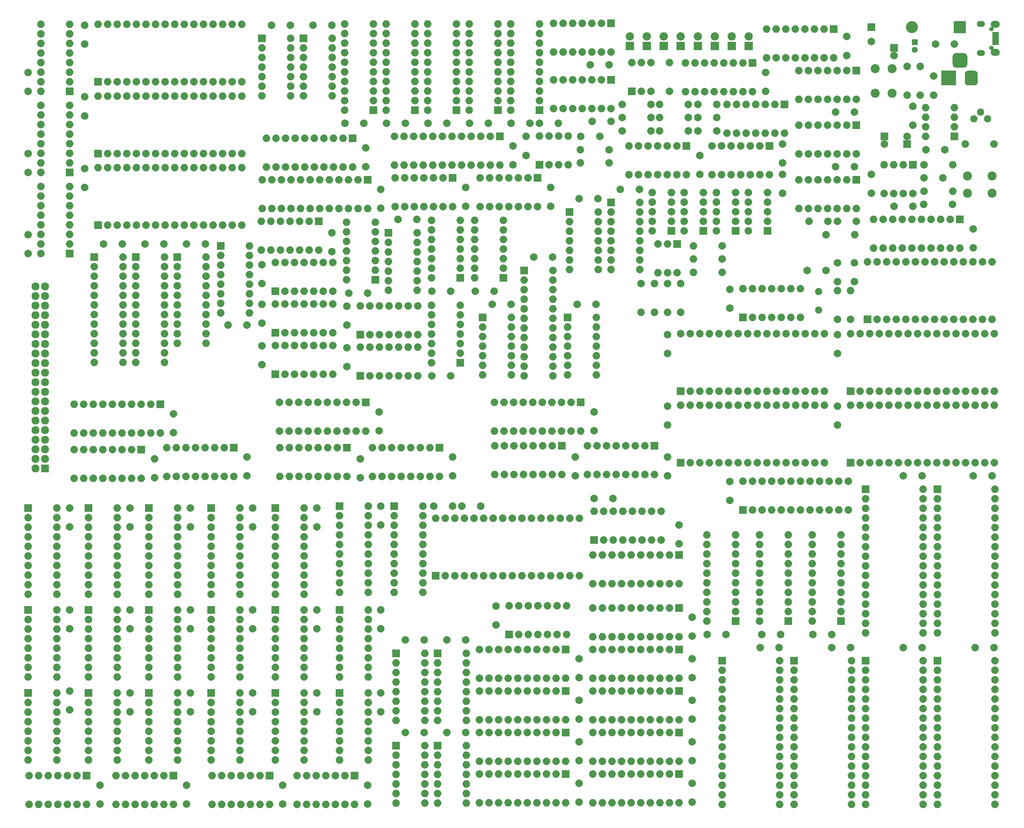
<source format=gbr>
G04 #@! TF.GenerationSoftware,KiCad,Pcbnew,(5.0.0-rc2-83-gda392728d)*
G04 #@! TF.CreationDate,2018-06-14T18:24:26+09:00*
G04 #@! TF.ProjectId,cpu,6370752E6B696361645F706362000000,rev?*
G04 #@! TF.SameCoordinates,Original*
G04 #@! TF.FileFunction,Soldermask,Top*
G04 #@! TF.FilePolarity,Negative*
%FSLAX46Y46*%
G04 Gerber Fmt 4.6, Leading zero omitted, Abs format (unit mm)*
G04 Created by KiCad (PCBNEW (5.0.0-rc2-83-gda392728d)) date 06/14/18 18:24:26*
%MOMM*%
%LPD*%
G01*
G04 APERTURE LIST*
%ADD10C,2.000000*%
%ADD11R,2.000000X2.000000*%
%ADD12O,2.000000X2.000000*%
%ADD13C,2.400000*%
%ADD14C,1.900000*%
%ADD15C,2.200000*%
%ADD16R,2.200000X2.200000*%
%ADD17R,1.700000X0.850000*%
%ADD18O,2.400000X1.850000*%
%ADD19O,2.200000X1.550000*%
%ADD20O,1.200000X1.200000*%
%ADD21R,3.200000X3.200000*%
%ADD22O,3.200000X3.200000*%
%ADD23R,2.127200X2.127200*%
%ADD24O,2.127200X2.127200*%
%ADD25C,1.924000*%
%ADD26R,3.900000X3.900000*%
%ADD27C,0.100000*%
%ADD28C,3.400000*%
%ADD29C,3.900000*%
%ADD30R,1.600000X1.600000*%
%ADD31C,1.600000*%
G04 APERTURE END LIST*
D10*
G04 #@! TO.C,C83*
X240000000Y-167500000D03*
X235000000Y-167500000D03*
G04 #@! TD*
D11*
G04 #@! TO.C,U21-LM555*
X138500000Y-39500000D03*
D12*
X146120000Y-31880000D03*
X141040000Y-39500000D03*
X143580000Y-31880000D03*
X143580000Y-39500000D03*
X141040000Y-31880000D03*
X146120000Y-39500000D03*
X138500000Y-31880000D03*
G04 #@! TD*
G04 #@! TO.C,R1*
X248120000Y-39500000D03*
D10*
X240500000Y-39500000D03*
G04 #@! TD*
G04 #@! TO.C,R3*
X259000000Y-34000000D03*
D12*
X251380000Y-34000000D03*
G04 #@! TD*
D10*
G04 #@! TO.C,R4*
X160500000Y-30500000D03*
D12*
X168120000Y-30500000D03*
G04 #@! TD*
D10*
G04 #@! TO.C,R5*
X160500000Y-27000000D03*
D12*
X168120000Y-27000000D03*
G04 #@! TD*
D10*
G04 #@! TO.C,R6*
X178000000Y-30500000D03*
D12*
X170380000Y-30500000D03*
G04 #@! TD*
G04 #@! TO.C,R7*
X170380000Y-27000000D03*
D10*
X178000000Y-27000000D03*
G04 #@! TD*
G04 #@! TO.C,R8*
X178000000Y-23500000D03*
D12*
X170380000Y-23500000D03*
G04 #@! TD*
G04 #@! TO.C,R9*
X168120000Y-23500000D03*
D10*
X160500000Y-23500000D03*
G04 #@! TD*
D12*
G04 #@! TO.C,R10*
X240380000Y-50000000D03*
D10*
X248000000Y-50000000D03*
G04 #@! TD*
G04 #@! TO.C,R11*
X240500000Y-46500000D03*
D12*
X248120000Y-46500000D03*
G04 #@! TD*
D10*
G04 #@! TO.C,R12*
X221000000Y-80500000D03*
D12*
X221000000Y-72880000D03*
G04 #@! TD*
D10*
G04 #@! TO.C,R13*
X217500000Y-80500000D03*
D12*
X217500000Y-72880000D03*
G04 #@! TD*
D11*
G04 #@! TO.C,SW1*
X163000000Y-20000000D03*
D12*
X168080000Y-12380000D03*
X165540000Y-20000000D03*
X165540000Y-12380000D03*
X168080000Y-20000000D03*
X163000000Y-12380000D03*
G04 #@! TD*
D13*
G04 #@! TO.C,SW2*
X252000000Y-47000000D03*
X252000000Y-42500000D03*
X258500000Y-47000000D03*
X258500000Y-42500000D03*
G04 #@! TD*
D11*
G04 #@! TO.C,U1-LM555*
X248500000Y-32000000D03*
D12*
X240880000Y-24380000D03*
X248500000Y-29460000D03*
X240880000Y-26920000D03*
X248500000Y-26920000D03*
X240880000Y-29460000D03*
X248500000Y-24380000D03*
X240880000Y-32000000D03*
G04 #@! TD*
G04 #@! TO.C,U2-74HC14*
X203500000Y-31120000D03*
X188260000Y-23500000D03*
X200960000Y-31120000D03*
X190800000Y-23500000D03*
X198420000Y-31120000D03*
X193340000Y-23500000D03*
X195880000Y-31120000D03*
X195880000Y-23500000D03*
X193340000Y-31120000D03*
X198420000Y-23500000D03*
X190800000Y-31120000D03*
X200960000Y-23500000D03*
X188260000Y-31120000D03*
D11*
X203500000Y-23500000D03*
G04 #@! TD*
G04 #@! TO.C,U3-74151*
X216500000Y-3500000D03*
D12*
X198720000Y-11120000D03*
X213960000Y-3500000D03*
X201260000Y-11120000D03*
X211420000Y-3500000D03*
X203800000Y-11120000D03*
X208880000Y-3500000D03*
X206340000Y-11120000D03*
X206340000Y-3500000D03*
X208880000Y-11120000D03*
X203800000Y-3500000D03*
X211420000Y-11120000D03*
X201260000Y-3500000D03*
X213960000Y-11120000D03*
X198720000Y-3500000D03*
X216500000Y-11120000D03*
G04 #@! TD*
G04 #@! TO.C,U4-LM555 - Button Clock*
X237500000Y-47120000D03*
X229880000Y-39500000D03*
X234960000Y-47120000D03*
X232420000Y-39500000D03*
X232420000Y-47120000D03*
X234960000Y-39500000D03*
X229880000Y-47120000D03*
D11*
X237500000Y-39500000D03*
G04 #@! TD*
D12*
G04 #@! TO.C,U5-74HC04*
X192500000Y-72380000D03*
X207740000Y-80000000D03*
X195040000Y-72380000D03*
X205200000Y-80000000D03*
X197580000Y-72380000D03*
X202660000Y-80000000D03*
X200120000Y-72380000D03*
X200120000Y-80000000D03*
X202660000Y-72380000D03*
X197580000Y-80000000D03*
X205200000Y-72380000D03*
X195040000Y-80000000D03*
X207740000Y-72380000D03*
D11*
X192500000Y-80000000D03*
G04 #@! TD*
D14*
G04 #@! TO.C,Y1*
X212500000Y-78000000D03*
X212500000Y-73120000D03*
G04 #@! TD*
D15*
G04 #@! TO.C,D1*
X194000000Y-5460000D03*
D16*
X194000000Y-8000000D03*
G04 #@! TD*
G04 #@! TO.C,D2*
X189500000Y-8000000D03*
D15*
X189500000Y-5460000D03*
G04 #@! TD*
G04 #@! TO.C,D3*
X185000000Y-5460000D03*
D16*
X185000000Y-8000000D03*
G04 #@! TD*
G04 #@! TO.C,D4*
X180500000Y-8000000D03*
D15*
X180500000Y-5460000D03*
G04 #@! TD*
G04 #@! TO.C,D5*
X176000000Y-5460000D03*
D16*
X176000000Y-8000000D03*
G04 #@! TD*
D15*
G04 #@! TO.C,D6*
X171500000Y-5460000D03*
D16*
X171500000Y-8000000D03*
G04 #@! TD*
G04 #@! TO.C,D7*
X167000000Y-8000000D03*
D15*
X167000000Y-5460000D03*
G04 #@! TD*
D16*
G04 #@! TO.C,D8*
X162500000Y-8000000D03*
D15*
X162500000Y-5460000D03*
G04 #@! TD*
D10*
G04 #@! TO.C,R14*
X173000000Y-20000000D03*
D12*
X173000000Y-12380000D03*
G04 #@! TD*
G04 #@! TO.C,U6-74LS138*
X195000000Y-20120000D03*
X177220000Y-12500000D03*
X192460000Y-20120000D03*
X179760000Y-12500000D03*
X189920000Y-20120000D03*
X182300000Y-12500000D03*
X187380000Y-20120000D03*
X184840000Y-12500000D03*
X184840000Y-20120000D03*
X187380000Y-12500000D03*
X182300000Y-20120000D03*
X189920000Y-12500000D03*
X179760000Y-20120000D03*
X192460000Y-12500000D03*
X177220000Y-20120000D03*
D11*
X195000000Y-12500000D03*
G04 #@! TD*
D10*
G04 #@! TO.C,R15*
X239500000Y-21000000D03*
D12*
X239500000Y-13380000D03*
G04 #@! TD*
G04 #@! TO.C,R16*
X236000000Y-13380000D03*
D10*
X236000000Y-21000000D03*
G04 #@! TD*
D11*
G04 #@! TO.C,U7-74HC245*
X116500000Y-25000000D03*
D12*
X108880000Y-2140000D03*
X116500000Y-22460000D03*
X108880000Y-4680000D03*
X116500000Y-19920000D03*
X108880000Y-7220000D03*
X116500000Y-17380000D03*
X108880000Y-9760000D03*
X116500000Y-14840000D03*
X108880000Y-12300000D03*
X116500000Y-12300000D03*
X108880000Y-14840000D03*
X116500000Y-9760000D03*
X108880000Y-17380000D03*
X116500000Y-7220000D03*
X108880000Y-19920000D03*
X116500000Y-4680000D03*
X108880000Y-22460000D03*
X116500000Y-2140000D03*
X108880000Y-25000000D03*
G04 #@! TD*
D11*
G04 #@! TO.C,U8-74HCT574*
X145500000Y-168000000D03*
D12*
X122640000Y-175620000D03*
X142960000Y-168000000D03*
X125180000Y-175620000D03*
X140420000Y-168000000D03*
X127720000Y-175620000D03*
X137880000Y-168000000D03*
X130260000Y-175620000D03*
X135340000Y-168000000D03*
X132800000Y-175620000D03*
X132800000Y-168000000D03*
X135340000Y-175620000D03*
X130260000Y-168000000D03*
X137880000Y-175620000D03*
X127720000Y-168000000D03*
X140420000Y-175620000D03*
X125180000Y-168000000D03*
X142960000Y-175620000D03*
X122640000Y-168000000D03*
X145500000Y-175620000D03*
G04 #@! TD*
G04 #@! TO.C,U10-74HCT574*
X145500000Y-197620000D03*
X122640000Y-190000000D03*
X142960000Y-197620000D03*
X125180000Y-190000000D03*
X140420000Y-197620000D03*
X127720000Y-190000000D03*
X137880000Y-197620000D03*
X130260000Y-190000000D03*
X135340000Y-197620000D03*
X132800000Y-190000000D03*
X132800000Y-197620000D03*
X135340000Y-190000000D03*
X130260000Y-197620000D03*
X137880000Y-190000000D03*
X127720000Y-197620000D03*
X140420000Y-190000000D03*
X125180000Y-197620000D03*
X142960000Y-190000000D03*
X122640000Y-197620000D03*
D11*
X145500000Y-190000000D03*
G04 #@! TD*
D12*
G04 #@! TO.C,U12-74HCT574*
X175500000Y-164620000D03*
X152640000Y-157000000D03*
X172960000Y-164620000D03*
X155180000Y-157000000D03*
X170420000Y-164620000D03*
X157720000Y-157000000D03*
X167880000Y-164620000D03*
X160260000Y-157000000D03*
X165340000Y-164620000D03*
X162800000Y-157000000D03*
X162800000Y-164620000D03*
X165340000Y-157000000D03*
X160260000Y-164620000D03*
X167880000Y-157000000D03*
X157720000Y-164620000D03*
X170420000Y-157000000D03*
X155180000Y-164620000D03*
X172960000Y-157000000D03*
X152640000Y-164620000D03*
D11*
X175500000Y-157000000D03*
G04 #@! TD*
G04 #@! TO.C,U14-74HCT574*
X175500000Y-168000000D03*
D12*
X152640000Y-175620000D03*
X172960000Y-168000000D03*
X155180000Y-175620000D03*
X170420000Y-168000000D03*
X157720000Y-175620000D03*
X167880000Y-168000000D03*
X160260000Y-175620000D03*
X165340000Y-168000000D03*
X162800000Y-175620000D03*
X162800000Y-168000000D03*
X165340000Y-175620000D03*
X160260000Y-168000000D03*
X167880000Y-175620000D03*
X157720000Y-168000000D03*
X170420000Y-175620000D03*
X155180000Y-168000000D03*
X172960000Y-175620000D03*
X152640000Y-168000000D03*
X175500000Y-175620000D03*
G04 #@! TD*
D11*
G04 #@! TO.C,U16-74HCT574*
X175500000Y-179000000D03*
D12*
X152640000Y-186620000D03*
X172960000Y-179000000D03*
X155180000Y-186620000D03*
X170420000Y-179000000D03*
X157720000Y-186620000D03*
X167880000Y-179000000D03*
X160260000Y-186620000D03*
X165340000Y-179000000D03*
X162800000Y-186620000D03*
X162800000Y-179000000D03*
X165340000Y-186620000D03*
X160260000Y-179000000D03*
X167880000Y-186620000D03*
X157720000Y-179000000D03*
X170420000Y-186620000D03*
X155180000Y-179000000D03*
X172960000Y-186620000D03*
X152640000Y-179000000D03*
X175500000Y-186620000D03*
G04 #@! TD*
D17*
G04 #@! TO.C,J1*
X259400000Y-4700000D03*
X259400000Y-5350000D03*
X259400000Y-6000000D03*
X259400000Y-6650000D03*
X259400000Y-7300000D03*
D18*
X259350000Y-2275000D03*
X259350000Y-9725000D03*
D19*
X255550000Y-2125000D03*
X255550000Y-9875000D03*
D20*
X258300000Y-3500000D03*
X258300000Y-8500000D03*
G04 #@! TD*
D11*
G04 #@! TO.C,U18-74HCT574*
X175500000Y-190000000D03*
D12*
X152640000Y-197620000D03*
X172960000Y-190000000D03*
X155180000Y-197620000D03*
X170420000Y-190000000D03*
X157720000Y-197620000D03*
X167880000Y-190000000D03*
X160260000Y-197620000D03*
X165340000Y-190000000D03*
X162800000Y-197620000D03*
X162800000Y-190000000D03*
X165340000Y-197620000D03*
X160260000Y-190000000D03*
X167880000Y-197620000D03*
X157720000Y-190000000D03*
X170420000Y-197620000D03*
X155180000Y-190000000D03*
X172960000Y-197620000D03*
X152640000Y-190000000D03*
X175500000Y-197620000D03*
G04 #@! TD*
G04 #@! TO.C,U9-74HC245*
X145500000Y-186620000D03*
X122640000Y-179000000D03*
X142960000Y-186620000D03*
X125180000Y-179000000D03*
X140420000Y-186620000D03*
X127720000Y-179000000D03*
X137880000Y-186620000D03*
X130260000Y-179000000D03*
X135340000Y-186620000D03*
X132800000Y-179000000D03*
X132800000Y-186620000D03*
X135340000Y-179000000D03*
X130260000Y-186620000D03*
X137880000Y-179000000D03*
X127720000Y-186620000D03*
X140420000Y-179000000D03*
X125180000Y-186620000D03*
X142960000Y-179000000D03*
X122640000Y-186620000D03*
D11*
X145500000Y-179000000D03*
G04 #@! TD*
G04 #@! TO.C,U11-74HC245*
X145500000Y-201000000D03*
D12*
X122640000Y-208620000D03*
X142960000Y-201000000D03*
X125180000Y-208620000D03*
X140420000Y-201000000D03*
X127720000Y-208620000D03*
X137880000Y-201000000D03*
X130260000Y-208620000D03*
X135340000Y-201000000D03*
X132800000Y-208620000D03*
X132800000Y-201000000D03*
X135340000Y-208620000D03*
X130260000Y-201000000D03*
X137880000Y-208620000D03*
X127720000Y-201000000D03*
X140420000Y-208620000D03*
X125180000Y-201000000D03*
X142960000Y-208620000D03*
X122640000Y-201000000D03*
X145500000Y-208620000D03*
G04 #@! TD*
D11*
G04 #@! TO.C,U13-74HC86*
X111500000Y-193500000D03*
D12*
X119120000Y-208740000D03*
X111500000Y-196040000D03*
X119120000Y-206200000D03*
X111500000Y-198580000D03*
X119120000Y-203660000D03*
X111500000Y-201120000D03*
X119120000Y-201120000D03*
X111500000Y-203660000D03*
X119120000Y-198580000D03*
X111500000Y-206200000D03*
X119120000Y-196040000D03*
X111500000Y-208740000D03*
X119120000Y-193500000D03*
G04 #@! TD*
D11*
G04 #@! TO.C,U15-74HC86*
X100500000Y-193500000D03*
D12*
X108120000Y-208740000D03*
X100500000Y-196040000D03*
X108120000Y-206200000D03*
X100500000Y-198580000D03*
X108120000Y-203660000D03*
X100500000Y-201120000D03*
X108120000Y-201120000D03*
X100500000Y-203660000D03*
X108120000Y-198580000D03*
X100500000Y-206200000D03*
X108120000Y-196040000D03*
X100500000Y-208740000D03*
X108120000Y-193500000D03*
G04 #@! TD*
G04 #@! TO.C,U17-74LS283*
X119120000Y-169000000D03*
X111500000Y-186780000D03*
X119120000Y-171540000D03*
X111500000Y-184240000D03*
X119120000Y-174080000D03*
X111500000Y-181700000D03*
X119120000Y-176620000D03*
X111500000Y-179160000D03*
X119120000Y-179160000D03*
X111500000Y-176620000D03*
X119120000Y-181700000D03*
X111500000Y-174080000D03*
X119120000Y-184240000D03*
X111500000Y-171540000D03*
X119120000Y-186780000D03*
D11*
X111500000Y-169000000D03*
G04 #@! TD*
G04 #@! TO.C,U19-74LS283*
X100500000Y-169000000D03*
D12*
X108120000Y-186780000D03*
X100500000Y-171540000D03*
X108120000Y-184240000D03*
X100500000Y-174080000D03*
X108120000Y-181700000D03*
X100500000Y-176620000D03*
X108120000Y-179160000D03*
X100500000Y-179160000D03*
X108120000Y-176620000D03*
X100500000Y-181700000D03*
X108120000Y-174080000D03*
X100500000Y-184240000D03*
X108120000Y-171540000D03*
X100500000Y-186780000D03*
X108120000Y-169000000D03*
G04 #@! TD*
D11*
G04 #@! TO.C,U20-74HC245*
X100000000Y-130000000D03*
D12*
X107620000Y-152860000D03*
X100000000Y-132540000D03*
X107620000Y-150320000D03*
X100000000Y-135080000D03*
X107620000Y-147780000D03*
X100000000Y-137620000D03*
X107620000Y-145240000D03*
X100000000Y-140160000D03*
X107620000Y-142700000D03*
X100000000Y-142700000D03*
X107620000Y-140160000D03*
X100000000Y-145240000D03*
X107620000Y-137620000D03*
X100000000Y-147780000D03*
X107620000Y-135080000D03*
X100000000Y-150320000D03*
X107620000Y-132540000D03*
X100000000Y-152860000D03*
X107620000Y-130000000D03*
G04 #@! TD*
G04 #@! TO.C,R31*
X149380000Y-35500000D03*
D10*
X157000000Y-35500000D03*
G04 #@! TD*
G04 #@! TO.C,R32*
X157000000Y-39000000D03*
D12*
X149380000Y-39000000D03*
G04 #@! TD*
D10*
G04 #@! TO.C,R33*
X176000000Y-71000000D03*
D12*
X176000000Y-78620000D03*
G04 #@! TD*
G04 #@! TO.C,R34*
X172500000Y-78620000D03*
D10*
X172500000Y-71000000D03*
G04 #@! TD*
G04 #@! TO.C,R35*
X169000000Y-71000000D03*
D12*
X169000000Y-78620000D03*
G04 #@! TD*
D11*
G04 #@! TO.C,SW5*
X175000000Y-60500000D03*
D12*
X169920000Y-68120000D03*
X172460000Y-60500000D03*
X172460000Y-68120000D03*
X169920000Y-60500000D03*
X175000000Y-68120000D03*
G04 #@! TD*
D11*
G04 #@! TO.C,U22-74LS107*
X146500000Y-52000000D03*
D12*
X154120000Y-67240000D03*
X146500000Y-54540000D03*
X154120000Y-64700000D03*
X146500000Y-57080000D03*
X154120000Y-62160000D03*
X146500000Y-59620000D03*
X154120000Y-59620000D03*
X146500000Y-62160000D03*
X154120000Y-57080000D03*
X146500000Y-64700000D03*
X154120000Y-54540000D03*
X146500000Y-67240000D03*
X154120000Y-52000000D03*
G04 #@! TD*
D11*
G04 #@! TO.C,U23-74LS139*
X157500000Y-49500000D03*
D12*
X165120000Y-67280000D03*
X157500000Y-52040000D03*
X165120000Y-64740000D03*
X157500000Y-54580000D03*
X165120000Y-62200000D03*
X157500000Y-57120000D03*
X165120000Y-59660000D03*
X157500000Y-59660000D03*
X165120000Y-57120000D03*
X157500000Y-62200000D03*
X165120000Y-54580000D03*
X157500000Y-64740000D03*
X165120000Y-52040000D03*
X157500000Y-67280000D03*
X165120000Y-49500000D03*
G04 #@! TD*
D11*
G04 #@! TO.C,U24-AT28C64B*
X225500000Y-80500000D03*
D12*
X258520000Y-65260000D03*
X228040000Y-80500000D03*
X255980000Y-65260000D03*
X230580000Y-80500000D03*
X253440000Y-65260000D03*
X233120000Y-80500000D03*
X250900000Y-65260000D03*
X235660000Y-80500000D03*
X248360000Y-65260000D03*
X238200000Y-80500000D03*
X245820000Y-65260000D03*
X240740000Y-80500000D03*
X243280000Y-65260000D03*
X243280000Y-80500000D03*
X240740000Y-65260000D03*
X245820000Y-80500000D03*
X238200000Y-65260000D03*
X248360000Y-80500000D03*
X235660000Y-65260000D03*
X250900000Y-80500000D03*
X233120000Y-65260000D03*
X253440000Y-80500000D03*
X230580000Y-65260000D03*
X255980000Y-80500000D03*
X228040000Y-65260000D03*
X258520000Y-80500000D03*
X225500000Y-65260000D03*
G04 #@! TD*
D11*
G04 #@! TO.C,U25-HDSP-7803*
X173500000Y-57000000D03*
D10*
X173500000Y-54460000D03*
X173500000Y-51920000D03*
X173500000Y-49380000D03*
X173500000Y-46840000D03*
X168420000Y-46840000D03*
X168420000Y-49380000D03*
X168420000Y-51920000D03*
X168420000Y-54460000D03*
X168420000Y-57000000D03*
G04 #@! TD*
G04 #@! TO.C,U26-HDSP-7803*
X176920000Y-57000000D03*
X176920000Y-54460000D03*
X176920000Y-51920000D03*
X176920000Y-49380000D03*
X176920000Y-46840000D03*
X182000000Y-46840000D03*
X182000000Y-49380000D03*
X182000000Y-51920000D03*
X182000000Y-54460000D03*
D11*
X182000000Y-57000000D03*
G04 #@! TD*
G04 #@! TO.C,U27-HDSP-7803*
X190500000Y-57000000D03*
D10*
X190500000Y-54460000D03*
X190500000Y-51920000D03*
X190500000Y-49380000D03*
X190500000Y-46840000D03*
X185420000Y-46840000D03*
X185420000Y-49380000D03*
X185420000Y-51920000D03*
X185420000Y-54460000D03*
X185420000Y-57000000D03*
G04 #@! TD*
G04 #@! TO.C,U28-HDSP-7803*
X193920000Y-57000000D03*
X193920000Y-54460000D03*
X193920000Y-51920000D03*
X193920000Y-49380000D03*
X193920000Y-46840000D03*
X199000000Y-46840000D03*
X199000000Y-49380000D03*
X199000000Y-51920000D03*
X199000000Y-54460000D03*
D11*
X199000000Y-57000000D03*
G04 #@! TD*
D12*
G04 #@! TO.C,U29-74HCT574*
X250000000Y-61620000D03*
X227140000Y-54000000D03*
X247460000Y-61620000D03*
X229680000Y-54000000D03*
X244920000Y-61620000D03*
X232220000Y-54000000D03*
X242380000Y-61620000D03*
X234760000Y-54000000D03*
X239840000Y-61620000D03*
X237300000Y-54000000D03*
X237300000Y-61620000D03*
X239840000Y-54000000D03*
X234760000Y-61620000D03*
X242380000Y-54000000D03*
X232220000Y-61620000D03*
X244920000Y-54000000D03*
X229680000Y-61620000D03*
X247460000Y-54000000D03*
X227140000Y-61620000D03*
D11*
X250000000Y-54000000D03*
G04 #@! TD*
D10*
G04 #@! TO.C,R36*
X165500000Y-71000000D03*
D12*
X165500000Y-78620000D03*
G04 #@! TD*
G04 #@! TO.C,R37*
X179380000Y-68000000D03*
D10*
X187000000Y-68000000D03*
G04 #@! TD*
G04 #@! TO.C,R38*
X187000000Y-64500000D03*
D12*
X179380000Y-64500000D03*
G04 #@! TD*
G04 #@! TO.C,R39*
X179380000Y-61000000D03*
D10*
X187000000Y-61000000D03*
G04 #@! TD*
G04 #@! TO.C,R40*
X214500000Y-58000000D03*
D12*
X222120000Y-58000000D03*
G04 #@! TD*
D11*
G04 #@! TO.C,U30-74HC86*
X199500000Y-34500000D03*
D12*
X184260000Y-42120000D03*
X196960000Y-34500000D03*
X186800000Y-42120000D03*
X194420000Y-34500000D03*
X189340000Y-42120000D03*
X191880000Y-34500000D03*
X191880000Y-42120000D03*
X189340000Y-34500000D03*
X194420000Y-42120000D03*
X186800000Y-34500000D03*
X196960000Y-42120000D03*
X184260000Y-34500000D03*
X199500000Y-42120000D03*
G04 #@! TD*
D11*
G04 #@! TO.C,U32-74LS107*
X222500000Y-14500000D03*
D12*
X207260000Y-22120000D03*
X219960000Y-14500000D03*
X209800000Y-22120000D03*
X217420000Y-14500000D03*
X212340000Y-22120000D03*
X214880000Y-14500000D03*
X214880000Y-22120000D03*
X212340000Y-14500000D03*
X217420000Y-22120000D03*
X209800000Y-14500000D03*
X219960000Y-22120000D03*
X207260000Y-14500000D03*
X222500000Y-22120000D03*
G04 #@! TD*
G04 #@! TO.C,U33-74LS08*
X177500000Y-42120000D03*
X162260000Y-34500000D03*
X174960000Y-42120000D03*
X164800000Y-34500000D03*
X172420000Y-42120000D03*
X167340000Y-34500000D03*
X169880000Y-42120000D03*
X169880000Y-34500000D03*
X167340000Y-42120000D03*
X172420000Y-34500000D03*
X164800000Y-42120000D03*
X174960000Y-34500000D03*
X162260000Y-42120000D03*
D11*
X177500000Y-34500000D03*
G04 #@! TD*
G04 #@! TO.C,U34-74LS107*
X222500000Y-29000000D03*
D12*
X207260000Y-36620000D03*
X219960000Y-29000000D03*
X209800000Y-36620000D03*
X217420000Y-29000000D03*
X212340000Y-36620000D03*
X214880000Y-29000000D03*
X214880000Y-36620000D03*
X212340000Y-29000000D03*
X217420000Y-36620000D03*
X209800000Y-29000000D03*
X219960000Y-36620000D03*
X207260000Y-29000000D03*
X222500000Y-36620000D03*
G04 #@! TD*
G04 #@! TO.C,U35-74LS107*
X222500000Y-51120000D03*
X207260000Y-43500000D03*
X219960000Y-51120000D03*
X209800000Y-43500000D03*
X217420000Y-51120000D03*
X212340000Y-43500000D03*
X214880000Y-51120000D03*
X214880000Y-43500000D03*
X212340000Y-51120000D03*
X217420000Y-43500000D03*
X209800000Y-51120000D03*
X219960000Y-43500000D03*
X207260000Y-51120000D03*
D11*
X222500000Y-43500000D03*
G04 #@! TD*
G04 #@! TO.C,U31-SST39SF040*
X111000000Y-148500000D03*
D12*
X149100000Y-133260000D03*
X113540000Y-148500000D03*
X146560000Y-133260000D03*
X116080000Y-148500000D03*
X144020000Y-133260000D03*
X118620000Y-148500000D03*
X141480000Y-133260000D03*
X121160000Y-148500000D03*
X138940000Y-133260000D03*
X123700000Y-148500000D03*
X136400000Y-133260000D03*
X126240000Y-148500000D03*
X133860000Y-133260000D03*
X128780000Y-148500000D03*
X131320000Y-133260000D03*
X131320000Y-148500000D03*
X128780000Y-133260000D03*
X133860000Y-148500000D03*
X126240000Y-133260000D03*
X136400000Y-148500000D03*
X123700000Y-133260000D03*
X138940000Y-148500000D03*
X121160000Y-133260000D03*
X141480000Y-148500000D03*
X118620000Y-133260000D03*
X144020000Y-148500000D03*
X116080000Y-133260000D03*
X146560000Y-148500000D03*
X113540000Y-133260000D03*
X149100000Y-148500000D03*
X111000000Y-133260000D03*
G04 #@! TD*
D11*
G04 #@! TO.C,U36-74HC00*
X130500000Y-164000000D03*
D12*
X145740000Y-156380000D03*
X133040000Y-164000000D03*
X143200000Y-156380000D03*
X135580000Y-164000000D03*
X140660000Y-156380000D03*
X138120000Y-164000000D03*
X138120000Y-156380000D03*
X140660000Y-164000000D03*
X135580000Y-156380000D03*
X143200000Y-164000000D03*
X133040000Y-156380000D03*
X145740000Y-164000000D03*
X130500000Y-156380000D03*
G04 #@! TD*
D11*
G04 #@! TO.C,U37-74HC74*
X157500000Y-2000000D03*
D12*
X142260000Y-9620000D03*
X154960000Y-2000000D03*
X144800000Y-9620000D03*
X152420000Y-2000000D03*
X147340000Y-9620000D03*
X149880000Y-2000000D03*
X149880000Y-9620000D03*
X147340000Y-2000000D03*
X152420000Y-9620000D03*
X144800000Y-2000000D03*
X154960000Y-9620000D03*
X142260000Y-2000000D03*
X157500000Y-9620000D03*
G04 #@! TD*
G04 #@! TO.C,U38-74HC74*
X157500000Y-24620000D03*
X142260000Y-17000000D03*
X154960000Y-24620000D03*
X144800000Y-17000000D03*
X152420000Y-24620000D03*
X147340000Y-17000000D03*
X149880000Y-24620000D03*
X149880000Y-17000000D03*
X147340000Y-24620000D03*
X152420000Y-17000000D03*
X144800000Y-24620000D03*
X154960000Y-17000000D03*
X142260000Y-24620000D03*
D11*
X157500000Y-17000000D03*
G04 #@! TD*
G04 #@! TO.C,U39-74LS161*
X169000000Y-114000000D03*
D12*
X151220000Y-121620000D03*
X166460000Y-114000000D03*
X153760000Y-121620000D03*
X163920000Y-114000000D03*
X156300000Y-121620000D03*
X161380000Y-114000000D03*
X158840000Y-121620000D03*
X158840000Y-114000000D03*
X161380000Y-121620000D03*
X156300000Y-114000000D03*
X163920000Y-121620000D03*
X153760000Y-114000000D03*
X166460000Y-121620000D03*
X151220000Y-114000000D03*
X169000000Y-121620000D03*
G04 #@! TD*
G04 #@! TO.C,U40-74LS161*
X57500000Y-122120000D03*
X39720000Y-114500000D03*
X54960000Y-122120000D03*
X42260000Y-114500000D03*
X52420000Y-122120000D03*
X44800000Y-114500000D03*
X49880000Y-122120000D03*
X47340000Y-114500000D03*
X47340000Y-122120000D03*
X49880000Y-114500000D03*
X44800000Y-122120000D03*
X52420000Y-114500000D03*
X42260000Y-122120000D03*
X54960000Y-114500000D03*
X39720000Y-122120000D03*
D11*
X57500000Y-114500000D03*
G04 #@! TD*
D12*
G04 #@! TO.C,U41-74LS161*
X112000000Y-122120000D03*
X94220000Y-114500000D03*
X109460000Y-122120000D03*
X96760000Y-114500000D03*
X106920000Y-122120000D03*
X99300000Y-114500000D03*
X104380000Y-122120000D03*
X101840000Y-114500000D03*
X101840000Y-122120000D03*
X104380000Y-114500000D03*
X99300000Y-122120000D03*
X106920000Y-114500000D03*
X96760000Y-122120000D03*
X109460000Y-114500000D03*
X94220000Y-122120000D03*
D11*
X112000000Y-114500000D03*
G04 #@! TD*
G04 #@! TO.C,U42-74LS161*
X33000000Y-115000000D03*
D12*
X15220000Y-122620000D03*
X30460000Y-115000000D03*
X17760000Y-122620000D03*
X27920000Y-115000000D03*
X20300000Y-122620000D03*
X25380000Y-115000000D03*
X22840000Y-122620000D03*
X22840000Y-115000000D03*
X25380000Y-122620000D03*
X20300000Y-115000000D03*
X27920000Y-122620000D03*
X17760000Y-115000000D03*
X30460000Y-122620000D03*
X15220000Y-115000000D03*
X33000000Y-122620000D03*
G04 #@! TD*
D11*
G04 #@! TO.C,U43-74LS161*
X87500000Y-114500000D03*
D12*
X69720000Y-122120000D03*
X84960000Y-114500000D03*
X72260000Y-122120000D03*
X82420000Y-114500000D03*
X74800000Y-122120000D03*
X79880000Y-114500000D03*
X77340000Y-122120000D03*
X77340000Y-114500000D03*
X79880000Y-122120000D03*
X74800000Y-114500000D03*
X82420000Y-122120000D03*
X72260000Y-114500000D03*
X84960000Y-122120000D03*
X69720000Y-114500000D03*
X87500000Y-122120000D03*
G04 #@! TD*
G04 #@! TO.C,U44-74LS161*
X144500000Y-121620000D03*
X126720000Y-114000000D03*
X141960000Y-121620000D03*
X129260000Y-114000000D03*
X139420000Y-121620000D03*
X131800000Y-114000000D03*
X136880000Y-121620000D03*
X134340000Y-114000000D03*
X134340000Y-121620000D03*
X136880000Y-114000000D03*
X131800000Y-121620000D03*
X139420000Y-114000000D03*
X129260000Y-121620000D03*
X141960000Y-114000000D03*
X126720000Y-121620000D03*
D11*
X144500000Y-114000000D03*
G04 #@! TD*
G04 #@! TO.C,U45-74HC245*
X38000000Y-103000000D03*
D12*
X15140000Y-110620000D03*
X35460000Y-103000000D03*
X17680000Y-110620000D03*
X32920000Y-103000000D03*
X20220000Y-110620000D03*
X30380000Y-103000000D03*
X22760000Y-110620000D03*
X27840000Y-103000000D03*
X25300000Y-110620000D03*
X25300000Y-103000000D03*
X27840000Y-110620000D03*
X22760000Y-103000000D03*
X30380000Y-110620000D03*
X20220000Y-103000000D03*
X32920000Y-110620000D03*
X17680000Y-103000000D03*
X35460000Y-110620000D03*
X15140000Y-103000000D03*
X38000000Y-110620000D03*
G04 #@! TD*
G04 #@! TO.C,U46-74HC245*
X92500000Y-110120000D03*
X69640000Y-102500000D03*
X89960000Y-110120000D03*
X72180000Y-102500000D03*
X87420000Y-110120000D03*
X74720000Y-102500000D03*
X84880000Y-110120000D03*
X77260000Y-102500000D03*
X82340000Y-110120000D03*
X79800000Y-102500000D03*
X79800000Y-110120000D03*
X82340000Y-102500000D03*
X77260000Y-110120000D03*
X84880000Y-102500000D03*
X74720000Y-110120000D03*
X87420000Y-102500000D03*
X72180000Y-110120000D03*
X89960000Y-102500000D03*
X69640000Y-110120000D03*
D11*
X92500000Y-102500000D03*
G04 #@! TD*
G04 #@! TO.C,U47-74HC245*
X149500000Y-102500000D03*
D12*
X126640000Y-110120000D03*
X146960000Y-102500000D03*
X129180000Y-110120000D03*
X144420000Y-102500000D03*
X131720000Y-110120000D03*
X141880000Y-102500000D03*
X134260000Y-110120000D03*
X139340000Y-102500000D03*
X136800000Y-110120000D03*
X136800000Y-102500000D03*
X139340000Y-110120000D03*
X134260000Y-102500000D03*
X141880000Y-110120000D03*
X131720000Y-102500000D03*
X144420000Y-110120000D03*
X129180000Y-102500000D03*
X146960000Y-110120000D03*
X126640000Y-102500000D03*
X149500000Y-110120000D03*
G04 #@! TD*
D11*
G04 #@! TO.C,U48-74LS191*
X85500000Y-179500000D03*
D12*
X93120000Y-197280000D03*
X85500000Y-182040000D03*
X93120000Y-194740000D03*
X85500000Y-184580000D03*
X93120000Y-192200000D03*
X85500000Y-187120000D03*
X93120000Y-189660000D03*
X85500000Y-189660000D03*
X93120000Y-187120000D03*
X85500000Y-192200000D03*
X93120000Y-184580000D03*
X85500000Y-194740000D03*
X93120000Y-182040000D03*
X85500000Y-197280000D03*
X93120000Y-179500000D03*
G04 #@! TD*
G04 #@! TO.C,U49-74LS191*
X76120000Y-179500000D03*
X68500000Y-197280000D03*
X76120000Y-182040000D03*
X68500000Y-194740000D03*
X76120000Y-184580000D03*
X68500000Y-192200000D03*
X76120000Y-187120000D03*
X68500000Y-189660000D03*
X76120000Y-189660000D03*
X68500000Y-187120000D03*
X76120000Y-192200000D03*
X68500000Y-184580000D03*
X76120000Y-194740000D03*
X68500000Y-182040000D03*
X76120000Y-197280000D03*
D11*
X68500000Y-179500000D03*
G04 #@! TD*
G04 #@! TO.C,U50-74LS191*
X51500000Y-179500000D03*
D12*
X59120000Y-197280000D03*
X51500000Y-182040000D03*
X59120000Y-194740000D03*
X51500000Y-184580000D03*
X59120000Y-192200000D03*
X51500000Y-187120000D03*
X59120000Y-189660000D03*
X51500000Y-189660000D03*
X59120000Y-187120000D03*
X51500000Y-192200000D03*
X59120000Y-184580000D03*
X51500000Y-194740000D03*
X59120000Y-182040000D03*
X51500000Y-197280000D03*
X59120000Y-179500000D03*
G04 #@! TD*
D11*
G04 #@! TO.C,U51-74LS191*
X85500000Y-157500000D03*
D12*
X93120000Y-175280000D03*
X85500000Y-160040000D03*
X93120000Y-172740000D03*
X85500000Y-162580000D03*
X93120000Y-170200000D03*
X85500000Y-165120000D03*
X93120000Y-167660000D03*
X85500000Y-167660000D03*
X93120000Y-165120000D03*
X85500000Y-170200000D03*
X93120000Y-162580000D03*
X85500000Y-172740000D03*
X93120000Y-160040000D03*
X85500000Y-175280000D03*
X93120000Y-157500000D03*
G04 #@! TD*
D11*
G04 #@! TO.C,U52-74LS191*
X68500000Y-157500000D03*
D12*
X76120000Y-175280000D03*
X68500000Y-160040000D03*
X76120000Y-172740000D03*
X68500000Y-162580000D03*
X76120000Y-170200000D03*
X68500000Y-165120000D03*
X76120000Y-167660000D03*
X68500000Y-167660000D03*
X76120000Y-165120000D03*
X68500000Y-170200000D03*
X76120000Y-162580000D03*
X68500000Y-172740000D03*
X76120000Y-160040000D03*
X68500000Y-175280000D03*
X76120000Y-157500000D03*
G04 #@! TD*
G04 #@! TO.C,U53-74LS191*
X59120000Y-157500000D03*
X51500000Y-175280000D03*
X59120000Y-160040000D03*
X51500000Y-172740000D03*
X59120000Y-162580000D03*
X51500000Y-170200000D03*
X59120000Y-165120000D03*
X51500000Y-167660000D03*
X59120000Y-167660000D03*
X51500000Y-165120000D03*
X59120000Y-170200000D03*
X51500000Y-162580000D03*
X59120000Y-172740000D03*
X51500000Y-160040000D03*
X59120000Y-175280000D03*
D11*
X51500000Y-157500000D03*
G04 #@! TD*
G04 #@! TO.C,U54-74LS08*
X67000000Y-201500000D03*
D12*
X51760000Y-209120000D03*
X64460000Y-201500000D03*
X54300000Y-209120000D03*
X61920000Y-201500000D03*
X56840000Y-209120000D03*
X59380000Y-201500000D03*
X59380000Y-209120000D03*
X56840000Y-201500000D03*
X61920000Y-209120000D03*
X54300000Y-201500000D03*
X64460000Y-209120000D03*
X51760000Y-201500000D03*
X67000000Y-209120000D03*
G04 #@! TD*
G04 #@! TO.C,U55-74HC04*
X89500000Y-209120000D03*
X74260000Y-201500000D03*
X86960000Y-209120000D03*
X76800000Y-201500000D03*
X84420000Y-209120000D03*
X79340000Y-201500000D03*
X81880000Y-209120000D03*
X81880000Y-201500000D03*
X79340000Y-209120000D03*
X84420000Y-201500000D03*
X76800000Y-209120000D03*
X86960000Y-201500000D03*
X74260000Y-209120000D03*
D11*
X89500000Y-201500000D03*
G04 #@! TD*
D12*
G04 #@! TO.C,U56-74HC245*
X93120000Y-130000000D03*
X85500000Y-152860000D03*
X93120000Y-132540000D03*
X85500000Y-150320000D03*
X93120000Y-135080000D03*
X85500000Y-147780000D03*
X93120000Y-137620000D03*
X85500000Y-145240000D03*
X93120000Y-140160000D03*
X85500000Y-142700000D03*
X93120000Y-142700000D03*
X85500000Y-140160000D03*
X93120000Y-145240000D03*
X85500000Y-137620000D03*
X93120000Y-147780000D03*
X85500000Y-135080000D03*
X93120000Y-150320000D03*
X85500000Y-132540000D03*
X93120000Y-152860000D03*
D11*
X85500000Y-130000000D03*
G04 #@! TD*
D12*
G04 #@! TO.C,U57-74HC245*
X76120000Y-130500000D03*
X68500000Y-153360000D03*
X76120000Y-133040000D03*
X68500000Y-150820000D03*
X76120000Y-135580000D03*
X68500000Y-148280000D03*
X76120000Y-138120000D03*
X68500000Y-145740000D03*
X76120000Y-140660000D03*
X68500000Y-143200000D03*
X76120000Y-143200000D03*
X68500000Y-140660000D03*
X76120000Y-145740000D03*
X68500000Y-138120000D03*
X76120000Y-148280000D03*
X68500000Y-135580000D03*
X76120000Y-150820000D03*
X68500000Y-133040000D03*
X76120000Y-153360000D03*
D11*
X68500000Y-130500000D03*
G04 #@! TD*
G04 #@! TO.C,U58-74HC245*
X51500000Y-130500000D03*
D12*
X59120000Y-153360000D03*
X51500000Y-133040000D03*
X59120000Y-150820000D03*
X51500000Y-135580000D03*
X59120000Y-148280000D03*
X51500000Y-138120000D03*
X59120000Y-145740000D03*
X51500000Y-140660000D03*
X59120000Y-143200000D03*
X51500000Y-143200000D03*
X59120000Y-140660000D03*
X51500000Y-145740000D03*
X59120000Y-138120000D03*
X51500000Y-148280000D03*
X59120000Y-135580000D03*
X51500000Y-150820000D03*
X59120000Y-133040000D03*
X51500000Y-153360000D03*
X59120000Y-130500000D03*
G04 #@! TD*
G04 #@! TO.C,U59-74LS191*
X42620000Y-179500000D03*
X35000000Y-197280000D03*
X42620000Y-182040000D03*
X35000000Y-194740000D03*
X42620000Y-184580000D03*
X35000000Y-192200000D03*
X42620000Y-187120000D03*
X35000000Y-189660000D03*
X42620000Y-189660000D03*
X35000000Y-187120000D03*
X42620000Y-192200000D03*
X35000000Y-184580000D03*
X42620000Y-194740000D03*
X35000000Y-182040000D03*
X42620000Y-197280000D03*
D11*
X35000000Y-179500000D03*
G04 #@! TD*
D12*
G04 #@! TO.C,U60-74LS191*
X26620000Y-179500000D03*
X19000000Y-197280000D03*
X26620000Y-182040000D03*
X19000000Y-194740000D03*
X26620000Y-184580000D03*
X19000000Y-192200000D03*
X26620000Y-187120000D03*
X19000000Y-189660000D03*
X26620000Y-189660000D03*
X19000000Y-187120000D03*
X26620000Y-192200000D03*
X19000000Y-184580000D03*
X26620000Y-194740000D03*
X19000000Y-182040000D03*
X26620000Y-197280000D03*
D11*
X19000000Y-179500000D03*
G04 #@! TD*
D12*
G04 #@! TO.C,U61-74LS191*
X10620000Y-179500000D03*
X3000000Y-197280000D03*
X10620000Y-182040000D03*
X3000000Y-194740000D03*
X10620000Y-184580000D03*
X3000000Y-192200000D03*
X10620000Y-187120000D03*
X3000000Y-189660000D03*
X10620000Y-189660000D03*
X3000000Y-187120000D03*
X10620000Y-192200000D03*
X3000000Y-184580000D03*
X10620000Y-194740000D03*
X3000000Y-182040000D03*
X10620000Y-197280000D03*
D11*
X3000000Y-179500000D03*
G04 #@! TD*
G04 #@! TO.C,U62-74LS191*
X35000000Y-157500000D03*
D12*
X42620000Y-175280000D03*
X35000000Y-160040000D03*
X42620000Y-172740000D03*
X35000000Y-162580000D03*
X42620000Y-170200000D03*
X35000000Y-165120000D03*
X42620000Y-167660000D03*
X35000000Y-167660000D03*
X42620000Y-165120000D03*
X35000000Y-170200000D03*
X42620000Y-162580000D03*
X35000000Y-172740000D03*
X42620000Y-160040000D03*
X35000000Y-175280000D03*
X42620000Y-157500000D03*
G04 #@! TD*
D11*
G04 #@! TO.C,U63-74LS191*
X19000000Y-157500000D03*
D12*
X26620000Y-175280000D03*
X19000000Y-160040000D03*
X26620000Y-172740000D03*
X19000000Y-162580000D03*
X26620000Y-170200000D03*
X19000000Y-165120000D03*
X26620000Y-167660000D03*
X19000000Y-167660000D03*
X26620000Y-165120000D03*
X19000000Y-170200000D03*
X26620000Y-162580000D03*
X19000000Y-172740000D03*
X26620000Y-160040000D03*
X19000000Y-175280000D03*
X26620000Y-157500000D03*
G04 #@! TD*
G04 #@! TO.C,U64-74LS191*
X10620000Y-157500000D03*
X3000000Y-175280000D03*
X10620000Y-160040000D03*
X3000000Y-172740000D03*
X10620000Y-162580000D03*
X3000000Y-170200000D03*
X10620000Y-165120000D03*
X3000000Y-167660000D03*
X10620000Y-167660000D03*
X3000000Y-165120000D03*
X10620000Y-170200000D03*
X3000000Y-162580000D03*
X10620000Y-172740000D03*
X3000000Y-160040000D03*
X10620000Y-175280000D03*
D11*
X3000000Y-157500000D03*
G04 #@! TD*
G04 #@! TO.C,U65-74LS08*
X18500000Y-201500000D03*
D12*
X3260000Y-209120000D03*
X15960000Y-201500000D03*
X5800000Y-209120000D03*
X13420000Y-201500000D03*
X8340000Y-209120000D03*
X10880000Y-201500000D03*
X10880000Y-209120000D03*
X8340000Y-201500000D03*
X13420000Y-209120000D03*
X5800000Y-201500000D03*
X15960000Y-209120000D03*
X3260000Y-201500000D03*
X18500000Y-209120000D03*
G04 #@! TD*
G04 #@! TO.C,U66-74HC04*
X41500000Y-209120000D03*
X26260000Y-201500000D03*
X38960000Y-209120000D03*
X28800000Y-201500000D03*
X36420000Y-209120000D03*
X31340000Y-201500000D03*
X33880000Y-209120000D03*
X33880000Y-201500000D03*
X31340000Y-209120000D03*
X36420000Y-201500000D03*
X28800000Y-209120000D03*
X38960000Y-201500000D03*
X26260000Y-209120000D03*
D11*
X41500000Y-201500000D03*
G04 #@! TD*
D12*
G04 #@! TO.C,U67-74HC245*
X42620000Y-130500000D03*
X35000000Y-153360000D03*
X42620000Y-133040000D03*
X35000000Y-150820000D03*
X42620000Y-135580000D03*
X35000000Y-148280000D03*
X42620000Y-138120000D03*
X35000000Y-145740000D03*
X42620000Y-140660000D03*
X35000000Y-143200000D03*
X42620000Y-143200000D03*
X35000000Y-140660000D03*
X42620000Y-145740000D03*
X35000000Y-138120000D03*
X42620000Y-148280000D03*
X35000000Y-135580000D03*
X42620000Y-150820000D03*
X35000000Y-133040000D03*
X42620000Y-153360000D03*
D11*
X35000000Y-130500000D03*
G04 #@! TD*
G04 #@! TO.C,U68-74HC245*
X19000000Y-130500000D03*
D12*
X26620000Y-153360000D03*
X19000000Y-133040000D03*
X26620000Y-150820000D03*
X19000000Y-135580000D03*
X26620000Y-148280000D03*
X19000000Y-138120000D03*
X26620000Y-145740000D03*
X19000000Y-140660000D03*
X26620000Y-143200000D03*
X19000000Y-143200000D03*
X26620000Y-140660000D03*
X19000000Y-145740000D03*
X26620000Y-138120000D03*
X19000000Y-148280000D03*
X26620000Y-135580000D03*
X19000000Y-150820000D03*
X26620000Y-133040000D03*
X19000000Y-153360000D03*
X26620000Y-130500000D03*
G04 #@! TD*
D11*
G04 #@! TO.C,U69-74HC245*
X3000000Y-130500000D03*
D12*
X10620000Y-153360000D03*
X3000000Y-133040000D03*
X10620000Y-150820000D03*
X3000000Y-135580000D03*
X10620000Y-148280000D03*
X3000000Y-138120000D03*
X10620000Y-145740000D03*
X3000000Y-140660000D03*
X10620000Y-143200000D03*
X3000000Y-143200000D03*
X10620000Y-140660000D03*
X3000000Y-145740000D03*
X10620000Y-138120000D03*
X3000000Y-148280000D03*
X10620000Y-135580000D03*
X3000000Y-150820000D03*
X10620000Y-133040000D03*
X3000000Y-153360000D03*
X10620000Y-130500000D03*
G04 #@! TD*
G04 #@! TO.C,U70-74LS154*
X192500000Y-123380000D03*
X220440000Y-131000000D03*
X195040000Y-123380000D03*
X217900000Y-131000000D03*
X197580000Y-123380000D03*
X215360000Y-131000000D03*
X200120000Y-123380000D03*
X212820000Y-131000000D03*
X202660000Y-123380000D03*
X210280000Y-131000000D03*
X205200000Y-123380000D03*
X207740000Y-131000000D03*
X207740000Y-123380000D03*
X205200000Y-131000000D03*
X210280000Y-123380000D03*
X202660000Y-131000000D03*
X212820000Y-123380000D03*
X200120000Y-131000000D03*
X215360000Y-123380000D03*
X197580000Y-131000000D03*
X217900000Y-123380000D03*
X195040000Y-131000000D03*
X220440000Y-123380000D03*
D11*
X192500000Y-131000000D03*
G04 #@! TD*
D12*
G04 #@! TO.C,U71-SST39SF040*
X221240000Y-171000000D03*
X206000000Y-209100000D03*
X221240000Y-173540000D03*
X206000000Y-206560000D03*
X221240000Y-176080000D03*
X206000000Y-204020000D03*
X221240000Y-178620000D03*
X206000000Y-201480000D03*
X221240000Y-181160000D03*
X206000000Y-198940000D03*
X221240000Y-183700000D03*
X206000000Y-196400000D03*
X221240000Y-186240000D03*
X206000000Y-193860000D03*
X221240000Y-188780000D03*
X206000000Y-191320000D03*
X221240000Y-191320000D03*
X206000000Y-188780000D03*
X221240000Y-193860000D03*
X206000000Y-186240000D03*
X221240000Y-196400000D03*
X206000000Y-183700000D03*
X221240000Y-198940000D03*
X206000000Y-181160000D03*
X221240000Y-201480000D03*
X206000000Y-178620000D03*
X221240000Y-204020000D03*
X206000000Y-176080000D03*
X221240000Y-206560000D03*
X206000000Y-173540000D03*
X221240000Y-209100000D03*
D11*
X206000000Y-171000000D03*
G04 #@! TD*
G04 #@! TO.C,U72-628128*
X225000000Y-125500000D03*
D12*
X240240000Y-163600000D03*
X225000000Y-128040000D03*
X240240000Y-161060000D03*
X225000000Y-130580000D03*
X240240000Y-158520000D03*
X225000000Y-133120000D03*
X240240000Y-155980000D03*
X225000000Y-135660000D03*
X240240000Y-153440000D03*
X225000000Y-138200000D03*
X240240000Y-150900000D03*
X225000000Y-140740000D03*
X240240000Y-148360000D03*
X225000000Y-143280000D03*
X240240000Y-145820000D03*
X225000000Y-145820000D03*
X240240000Y-143280000D03*
X225000000Y-148360000D03*
X240240000Y-140740000D03*
X225000000Y-150900000D03*
X240240000Y-138200000D03*
X225000000Y-153440000D03*
X240240000Y-135660000D03*
X225000000Y-155980000D03*
X240240000Y-133120000D03*
X225000000Y-158520000D03*
X240240000Y-130580000D03*
X225000000Y-161060000D03*
X240240000Y-128040000D03*
X225000000Y-163600000D03*
X240240000Y-125500000D03*
G04 #@! TD*
D11*
G04 #@! TO.C,U73-628128*
X244000000Y-125500000D03*
D12*
X259240000Y-163600000D03*
X244000000Y-128040000D03*
X259240000Y-161060000D03*
X244000000Y-130580000D03*
X259240000Y-158520000D03*
X244000000Y-133120000D03*
X259240000Y-155980000D03*
X244000000Y-135660000D03*
X259240000Y-153440000D03*
X244000000Y-138200000D03*
X259240000Y-150900000D03*
X244000000Y-140740000D03*
X259240000Y-148360000D03*
X244000000Y-143280000D03*
X259240000Y-145820000D03*
X244000000Y-145820000D03*
X259240000Y-143280000D03*
X244000000Y-148360000D03*
X259240000Y-140740000D03*
X244000000Y-150900000D03*
X259240000Y-138200000D03*
X244000000Y-153440000D03*
X259240000Y-135660000D03*
X244000000Y-155980000D03*
X259240000Y-133120000D03*
X244000000Y-158520000D03*
X259240000Y-130580000D03*
X244000000Y-161060000D03*
X259240000Y-128040000D03*
X244000000Y-163600000D03*
X259240000Y-125500000D03*
G04 #@! TD*
G04 #@! TO.C,U74-628128*
X176000000Y-103260000D03*
X214100000Y-118500000D03*
X178540000Y-103260000D03*
X211560000Y-118500000D03*
X181080000Y-103260000D03*
X209020000Y-118500000D03*
X183620000Y-103260000D03*
X206480000Y-118500000D03*
X186160000Y-103260000D03*
X203940000Y-118500000D03*
X188700000Y-103260000D03*
X201400000Y-118500000D03*
X191240000Y-103260000D03*
X198860000Y-118500000D03*
X193780000Y-103260000D03*
X196320000Y-118500000D03*
X196320000Y-103260000D03*
X193780000Y-118500000D03*
X198860000Y-103260000D03*
X191240000Y-118500000D03*
X201400000Y-103260000D03*
X188700000Y-118500000D03*
X203940000Y-103260000D03*
X186160000Y-118500000D03*
X206480000Y-103260000D03*
X183620000Y-118500000D03*
X209020000Y-103260000D03*
X181080000Y-118500000D03*
X211560000Y-103260000D03*
X178540000Y-118500000D03*
X214100000Y-103260000D03*
D11*
X176000000Y-118500000D03*
G04 #@! TD*
D12*
G04 #@! TO.C,U75-628128*
X176000000Y-84260000D03*
X214100000Y-99500000D03*
X178540000Y-84260000D03*
X211560000Y-99500000D03*
X181080000Y-84260000D03*
X209020000Y-99500000D03*
X183620000Y-84260000D03*
X206480000Y-99500000D03*
X186160000Y-84260000D03*
X203940000Y-99500000D03*
X188700000Y-84260000D03*
X201400000Y-99500000D03*
X191240000Y-84260000D03*
X198860000Y-99500000D03*
X193780000Y-84260000D03*
X196320000Y-99500000D03*
X196320000Y-84260000D03*
X193780000Y-99500000D03*
X198860000Y-84260000D03*
X191240000Y-99500000D03*
X201400000Y-84260000D03*
X188700000Y-99500000D03*
X203940000Y-84260000D03*
X186160000Y-99500000D03*
X206480000Y-84260000D03*
X183620000Y-99500000D03*
X209020000Y-84260000D03*
X181080000Y-99500000D03*
X211560000Y-84260000D03*
X178540000Y-99500000D03*
X214100000Y-84260000D03*
D11*
X176000000Y-99500000D03*
G04 #@! TD*
G04 #@! TO.C,U76-628128*
X225000000Y-171000000D03*
D12*
X240240000Y-209100000D03*
X225000000Y-173540000D03*
X240240000Y-206560000D03*
X225000000Y-176080000D03*
X240240000Y-204020000D03*
X225000000Y-178620000D03*
X240240000Y-201480000D03*
X225000000Y-181160000D03*
X240240000Y-198940000D03*
X225000000Y-183700000D03*
X240240000Y-196400000D03*
X225000000Y-186240000D03*
X240240000Y-193860000D03*
X225000000Y-188780000D03*
X240240000Y-191320000D03*
X225000000Y-191320000D03*
X240240000Y-188780000D03*
X225000000Y-193860000D03*
X240240000Y-186240000D03*
X225000000Y-196400000D03*
X240240000Y-183700000D03*
X225000000Y-198940000D03*
X240240000Y-181160000D03*
X225000000Y-201480000D03*
X240240000Y-178620000D03*
X225000000Y-204020000D03*
X240240000Y-176080000D03*
X225000000Y-206560000D03*
X240240000Y-173540000D03*
X225000000Y-209100000D03*
X240240000Y-171000000D03*
G04 #@! TD*
G04 #@! TO.C,U77-628128*
X259240000Y-171000000D03*
X244000000Y-209100000D03*
X259240000Y-173540000D03*
X244000000Y-206560000D03*
X259240000Y-176080000D03*
X244000000Y-204020000D03*
X259240000Y-178620000D03*
X244000000Y-201480000D03*
X259240000Y-181160000D03*
X244000000Y-198940000D03*
X259240000Y-183700000D03*
X244000000Y-196400000D03*
X259240000Y-186240000D03*
X244000000Y-193860000D03*
X259240000Y-188780000D03*
X244000000Y-191320000D03*
X259240000Y-191320000D03*
X244000000Y-188780000D03*
X259240000Y-193860000D03*
X244000000Y-186240000D03*
X259240000Y-196400000D03*
X244000000Y-183700000D03*
X259240000Y-198940000D03*
X244000000Y-181160000D03*
X259240000Y-201480000D03*
X244000000Y-178620000D03*
X259240000Y-204020000D03*
X244000000Y-176080000D03*
X259240000Y-206560000D03*
X244000000Y-173540000D03*
X259240000Y-209100000D03*
D11*
X244000000Y-171000000D03*
G04 #@! TD*
G04 #@! TO.C,U78-628128*
X221000000Y-118500000D03*
D12*
X259100000Y-103260000D03*
X223540000Y-118500000D03*
X256560000Y-103260000D03*
X226080000Y-118500000D03*
X254020000Y-103260000D03*
X228620000Y-118500000D03*
X251480000Y-103260000D03*
X231160000Y-118500000D03*
X248940000Y-103260000D03*
X233700000Y-118500000D03*
X246400000Y-103260000D03*
X236240000Y-118500000D03*
X243860000Y-103260000D03*
X238780000Y-118500000D03*
X241320000Y-103260000D03*
X241320000Y-118500000D03*
X238780000Y-103260000D03*
X243860000Y-118500000D03*
X236240000Y-103260000D03*
X246400000Y-118500000D03*
X233700000Y-103260000D03*
X248940000Y-118500000D03*
X231160000Y-103260000D03*
X251480000Y-118500000D03*
X228620000Y-103260000D03*
X254020000Y-118500000D03*
X226080000Y-103260000D03*
X256560000Y-118500000D03*
X223540000Y-103260000D03*
X259100000Y-118500000D03*
X221000000Y-103260000D03*
G04 #@! TD*
G04 #@! TO.C,U79-628128*
X221000000Y-84260000D03*
X259100000Y-99500000D03*
X223540000Y-84260000D03*
X256560000Y-99500000D03*
X226080000Y-84260000D03*
X254020000Y-99500000D03*
X228620000Y-84260000D03*
X251480000Y-99500000D03*
X231160000Y-84260000D03*
X248940000Y-99500000D03*
X233700000Y-84260000D03*
X246400000Y-99500000D03*
X236240000Y-84260000D03*
X243860000Y-99500000D03*
X238780000Y-84260000D03*
X241320000Y-99500000D03*
X241320000Y-84260000D03*
X238780000Y-99500000D03*
X243860000Y-84260000D03*
X236240000Y-99500000D03*
X246400000Y-84260000D03*
X233700000Y-99500000D03*
X248940000Y-84260000D03*
X231160000Y-99500000D03*
X251480000Y-84260000D03*
X228620000Y-99500000D03*
X254020000Y-84260000D03*
X226080000Y-99500000D03*
X256560000Y-84260000D03*
X223540000Y-99500000D03*
X259100000Y-84260000D03*
D11*
X221000000Y-99500000D03*
G04 #@! TD*
G04 #@! TO.C,U80-74HCT574*
X218500000Y-160500000D03*
D12*
X210880000Y-137640000D03*
X218500000Y-157960000D03*
X210880000Y-140180000D03*
X218500000Y-155420000D03*
X210880000Y-142720000D03*
X218500000Y-152880000D03*
X210880000Y-145260000D03*
X218500000Y-150340000D03*
X210880000Y-147800000D03*
X218500000Y-147800000D03*
X210880000Y-150340000D03*
X218500000Y-145260000D03*
X210880000Y-152880000D03*
X218500000Y-142720000D03*
X210880000Y-155420000D03*
X218500000Y-140180000D03*
X210880000Y-157960000D03*
X218500000Y-137640000D03*
X210880000Y-160500000D03*
G04 #@! TD*
G04 #@! TO.C,U81-74HCT574*
X196880000Y-160500000D03*
X204500000Y-137640000D03*
X196880000Y-157960000D03*
X204500000Y-140180000D03*
X196880000Y-155420000D03*
X204500000Y-142720000D03*
X196880000Y-152880000D03*
X204500000Y-145260000D03*
X196880000Y-150340000D03*
X204500000Y-147800000D03*
X196880000Y-147800000D03*
X204500000Y-150340000D03*
X196880000Y-145260000D03*
X204500000Y-152880000D03*
X196880000Y-142720000D03*
X204500000Y-155420000D03*
X196880000Y-140180000D03*
X204500000Y-157960000D03*
X196880000Y-137640000D03*
D11*
X204500000Y-160500000D03*
G04 #@! TD*
G04 #@! TO.C,U82-74HCT574*
X190500000Y-160500000D03*
D12*
X182880000Y-137640000D03*
X190500000Y-157960000D03*
X182880000Y-140180000D03*
X190500000Y-155420000D03*
X182880000Y-142720000D03*
X190500000Y-152880000D03*
X182880000Y-145260000D03*
X190500000Y-150340000D03*
X182880000Y-147800000D03*
X190500000Y-147800000D03*
X182880000Y-150340000D03*
X190500000Y-145260000D03*
X182880000Y-152880000D03*
X190500000Y-142720000D03*
X182880000Y-155420000D03*
X190500000Y-140180000D03*
X182880000Y-157960000D03*
X190500000Y-137640000D03*
X182880000Y-160500000D03*
G04 #@! TD*
G04 #@! TO.C,U83-74HC245*
X175500000Y-208620000D03*
X152640000Y-201000000D03*
X172960000Y-208620000D03*
X155180000Y-201000000D03*
X170420000Y-208620000D03*
X157720000Y-201000000D03*
X167880000Y-208620000D03*
X160260000Y-201000000D03*
X165340000Y-208620000D03*
X162800000Y-201000000D03*
X162800000Y-208620000D03*
X165340000Y-201000000D03*
X160260000Y-208620000D03*
X167880000Y-201000000D03*
X157720000Y-208620000D03*
X170420000Y-201000000D03*
X155180000Y-208620000D03*
X172960000Y-201000000D03*
X152640000Y-208620000D03*
D11*
X175500000Y-201000000D03*
G04 #@! TD*
G04 #@! TO.C,U84-628128*
X187000000Y-171000000D03*
D12*
X202240000Y-209100000D03*
X187000000Y-173540000D03*
X202240000Y-206560000D03*
X187000000Y-176080000D03*
X202240000Y-204020000D03*
X187000000Y-178620000D03*
X202240000Y-201480000D03*
X187000000Y-181160000D03*
X202240000Y-198940000D03*
X187000000Y-183700000D03*
X202240000Y-196400000D03*
X187000000Y-186240000D03*
X202240000Y-193860000D03*
X187000000Y-188780000D03*
X202240000Y-191320000D03*
X187000000Y-191320000D03*
X202240000Y-188780000D03*
X187000000Y-193860000D03*
X202240000Y-186240000D03*
X187000000Y-196400000D03*
X202240000Y-183700000D03*
X187000000Y-198940000D03*
X202240000Y-181160000D03*
X187000000Y-201480000D03*
X202240000Y-178620000D03*
X187000000Y-204020000D03*
X202240000Y-176080000D03*
X187000000Y-206560000D03*
X202240000Y-173540000D03*
X187000000Y-209100000D03*
X202240000Y-171000000D03*
G04 #@! TD*
D11*
G04 #@! TO.C,U85-74LS153*
X153000000Y-139000000D03*
D12*
X170780000Y-131380000D03*
X155540000Y-139000000D03*
X168240000Y-131380000D03*
X158080000Y-139000000D03*
X165700000Y-131380000D03*
X160620000Y-139000000D03*
X163160000Y-131380000D03*
X163160000Y-139000000D03*
X160620000Y-131380000D03*
X165700000Y-139000000D03*
X158080000Y-131380000D03*
X168240000Y-139000000D03*
X155540000Y-131380000D03*
X170780000Y-139000000D03*
X153000000Y-131380000D03*
G04 #@! TD*
D11*
G04 #@! TO.C,U86-74HC245*
X175500000Y-143000000D03*
D12*
X152640000Y-150620000D03*
X172960000Y-143000000D03*
X155180000Y-150620000D03*
X170420000Y-143000000D03*
X157720000Y-150620000D03*
X167880000Y-143000000D03*
X160260000Y-150620000D03*
X165340000Y-143000000D03*
X162800000Y-150620000D03*
X162800000Y-143000000D03*
X165340000Y-150620000D03*
X160260000Y-143000000D03*
X167880000Y-150620000D03*
X157720000Y-143000000D03*
X170420000Y-150620000D03*
X155180000Y-143000000D03*
X172960000Y-150620000D03*
X152640000Y-143000000D03*
X175500000Y-150620000D03*
G04 #@! TD*
D21*
G04 #@! TO.C,D17*
X250000000Y-3000000D03*
D22*
X237300000Y-3000000D03*
G04 #@! TD*
D10*
G04 #@! TO.C,F1*
X248500000Y-7500000D03*
X243500000Y-7500000D03*
G04 #@! TD*
D12*
G04 #@! TO.C,U87-74LS574*
X89000000Y-40120000D03*
X66140000Y-32500000D03*
X86460000Y-40120000D03*
X68680000Y-32500000D03*
X83920000Y-40120000D03*
X71220000Y-32500000D03*
X81380000Y-40120000D03*
X73760000Y-32500000D03*
X78840000Y-40120000D03*
X76300000Y-32500000D03*
X76300000Y-40120000D03*
X78840000Y-32500000D03*
X73760000Y-40120000D03*
X81380000Y-32500000D03*
X71220000Y-40120000D03*
X83920000Y-32500000D03*
X68680000Y-40120000D03*
X86460000Y-32500000D03*
X66140000Y-40120000D03*
D11*
X89000000Y-32500000D03*
G04 #@! TD*
D12*
G04 #@! TO.C,U88-SST39SF040*
X21500000Y-2260000D03*
X59600000Y-17500000D03*
X24040000Y-2260000D03*
X57060000Y-17500000D03*
X26580000Y-2260000D03*
X54520000Y-17500000D03*
X29120000Y-2260000D03*
X51980000Y-17500000D03*
X31660000Y-2260000D03*
X49440000Y-17500000D03*
X34200000Y-2260000D03*
X46900000Y-17500000D03*
X36740000Y-2260000D03*
X44360000Y-17500000D03*
X39280000Y-2260000D03*
X41820000Y-17500000D03*
X41820000Y-2260000D03*
X39280000Y-17500000D03*
X44360000Y-2260000D03*
X36740000Y-17500000D03*
X46900000Y-2260000D03*
X34200000Y-17500000D03*
X49440000Y-2260000D03*
X31660000Y-17500000D03*
X51980000Y-2260000D03*
X29120000Y-17500000D03*
X54520000Y-2260000D03*
X26580000Y-17500000D03*
X57060000Y-2260000D03*
X24040000Y-17500000D03*
X59600000Y-2260000D03*
D11*
X21500000Y-17500000D03*
G04 #@! TD*
G04 #@! TO.C,U89-74LS574*
X42500000Y-64000000D03*
D12*
X50120000Y-86860000D03*
X42500000Y-66540000D03*
X50120000Y-84320000D03*
X42500000Y-69080000D03*
X50120000Y-81780000D03*
X42500000Y-71620000D03*
X50120000Y-79240000D03*
X42500000Y-74160000D03*
X50120000Y-76700000D03*
X42500000Y-76700000D03*
X50120000Y-74160000D03*
X42500000Y-79240000D03*
X50120000Y-71620000D03*
X42500000Y-81780000D03*
X50120000Y-69080000D03*
X42500000Y-84320000D03*
X50120000Y-66540000D03*
X42500000Y-86860000D03*
X50120000Y-64000000D03*
G04 #@! TD*
D11*
G04 #@! TO.C,U90-SST39SF040*
X21500000Y-36500000D03*
D12*
X59600000Y-21260000D03*
X24040000Y-36500000D03*
X57060000Y-21260000D03*
X26580000Y-36500000D03*
X54520000Y-21260000D03*
X29120000Y-36500000D03*
X51980000Y-21260000D03*
X31660000Y-36500000D03*
X49440000Y-21260000D03*
X34200000Y-36500000D03*
X46900000Y-21260000D03*
X36740000Y-36500000D03*
X44360000Y-21260000D03*
X39280000Y-36500000D03*
X41820000Y-21260000D03*
X41820000Y-36500000D03*
X39280000Y-21260000D03*
X44360000Y-36500000D03*
X36740000Y-21260000D03*
X46900000Y-36500000D03*
X34200000Y-21260000D03*
X49440000Y-36500000D03*
X31660000Y-21260000D03*
X51980000Y-36500000D03*
X29120000Y-21260000D03*
X54520000Y-36500000D03*
X26580000Y-21260000D03*
X57060000Y-36500000D03*
X24040000Y-21260000D03*
X59600000Y-36500000D03*
X21500000Y-21260000D03*
G04 #@! TD*
D11*
G04 #@! TO.C,U92-74LS154*
X134500000Y-67500000D03*
D12*
X142120000Y-95440000D03*
X134500000Y-70040000D03*
X142120000Y-92900000D03*
X134500000Y-72580000D03*
X142120000Y-90360000D03*
X134500000Y-75120000D03*
X142120000Y-87820000D03*
X134500000Y-77660000D03*
X142120000Y-85280000D03*
X134500000Y-80200000D03*
X142120000Y-82740000D03*
X134500000Y-82740000D03*
X142120000Y-80200000D03*
X134500000Y-85280000D03*
X142120000Y-77660000D03*
X134500000Y-87820000D03*
X142120000Y-75120000D03*
X134500000Y-90360000D03*
X142120000Y-72580000D03*
X134500000Y-92900000D03*
X142120000Y-70040000D03*
X134500000Y-95440000D03*
X142120000Y-67500000D03*
G04 #@! TD*
G04 #@! TO.C,U93-74LS154*
X128000000Y-39620000D03*
X100060000Y-32000000D03*
X125460000Y-39620000D03*
X102600000Y-32000000D03*
X122920000Y-39620000D03*
X105140000Y-32000000D03*
X120380000Y-39620000D03*
X107680000Y-32000000D03*
X117840000Y-39620000D03*
X110220000Y-32000000D03*
X115300000Y-39620000D03*
X112760000Y-32000000D03*
X112760000Y-39620000D03*
X115300000Y-32000000D03*
X110220000Y-39620000D03*
X117840000Y-32000000D03*
X107680000Y-39620000D03*
X120380000Y-32000000D03*
X105140000Y-39620000D03*
X122920000Y-32000000D03*
X102600000Y-39620000D03*
X125460000Y-32000000D03*
X100060000Y-39620000D03*
D11*
X128000000Y-32000000D03*
G04 #@! TD*
G04 #@! TO.C,U94-74LS154*
X93000000Y-43500000D03*
D12*
X65060000Y-51120000D03*
X90460000Y-43500000D03*
X67600000Y-51120000D03*
X87920000Y-43500000D03*
X70140000Y-51120000D03*
X85380000Y-43500000D03*
X72680000Y-51120000D03*
X82840000Y-43500000D03*
X75220000Y-51120000D03*
X80300000Y-43500000D03*
X77760000Y-51120000D03*
X77760000Y-43500000D03*
X80300000Y-51120000D03*
X75220000Y-43500000D03*
X82840000Y-51120000D03*
X72680000Y-43500000D03*
X85380000Y-51120000D03*
X70140000Y-43500000D03*
X87920000Y-51120000D03*
X67600000Y-43500000D03*
X90460000Y-51120000D03*
X65060000Y-43500000D03*
X93000000Y-51120000D03*
G04 #@! TD*
D11*
G04 #@! TO.C,U95-74LS154*
X31500000Y-64000000D03*
D12*
X39120000Y-91940000D03*
X31500000Y-66540000D03*
X39120000Y-89400000D03*
X31500000Y-69080000D03*
X39120000Y-86860000D03*
X31500000Y-71620000D03*
X39120000Y-84320000D03*
X31500000Y-74160000D03*
X39120000Y-81780000D03*
X31500000Y-76700000D03*
X39120000Y-79240000D03*
X31500000Y-79240000D03*
X39120000Y-76700000D03*
X31500000Y-81780000D03*
X39120000Y-74160000D03*
X31500000Y-84320000D03*
X39120000Y-71620000D03*
X31500000Y-86860000D03*
X39120000Y-69080000D03*
X31500000Y-89400000D03*
X39120000Y-66540000D03*
X31500000Y-91940000D03*
X39120000Y-64000000D03*
G04 #@! TD*
G04 #@! TO.C,U96-74LS154*
X28120000Y-64000000D03*
X20500000Y-91940000D03*
X28120000Y-66540000D03*
X20500000Y-89400000D03*
X28120000Y-69080000D03*
X20500000Y-86860000D03*
X28120000Y-71620000D03*
X20500000Y-84320000D03*
X28120000Y-74160000D03*
X20500000Y-81780000D03*
X28120000Y-76700000D03*
X20500000Y-79240000D03*
X28120000Y-79240000D03*
X20500000Y-76700000D03*
X28120000Y-81780000D03*
X20500000Y-74160000D03*
X28120000Y-84320000D03*
X20500000Y-71620000D03*
X28120000Y-86860000D03*
X20500000Y-69080000D03*
X28120000Y-89400000D03*
X20500000Y-66540000D03*
X28120000Y-91940000D03*
D11*
X20500000Y-64000000D03*
G04 #@! TD*
D12*
G04 #@! TO.C,U97-74LS08*
X121380000Y-69500000D03*
X129000000Y-54260000D03*
X121380000Y-66960000D03*
X129000000Y-56800000D03*
X121380000Y-64420000D03*
X129000000Y-59340000D03*
X121380000Y-61880000D03*
X129000000Y-61880000D03*
X121380000Y-59340000D03*
X129000000Y-64420000D03*
X121380000Y-56800000D03*
X129000000Y-66960000D03*
X121380000Y-54260000D03*
D11*
X129000000Y-69500000D03*
G04 #@! TD*
G04 #@! TO.C,U98-74LS08*
X117500000Y-69500000D03*
D12*
X109880000Y-54260000D03*
X117500000Y-66960000D03*
X109880000Y-56800000D03*
X117500000Y-64420000D03*
X109880000Y-59340000D03*
X117500000Y-61880000D03*
X109880000Y-61880000D03*
X117500000Y-59340000D03*
X109880000Y-64420000D03*
X117500000Y-56800000D03*
X109880000Y-66960000D03*
X117500000Y-54260000D03*
X109880000Y-69500000D03*
G04 #@! TD*
G04 #@! TO.C,U99-74LS08*
X106120000Y-57500000D03*
X98500000Y-72740000D03*
X106120000Y-60040000D03*
X98500000Y-70200000D03*
X106120000Y-62580000D03*
X98500000Y-67660000D03*
X106120000Y-65120000D03*
X98500000Y-65120000D03*
X106120000Y-67660000D03*
X98500000Y-62580000D03*
X106120000Y-70200000D03*
X98500000Y-60040000D03*
X106120000Y-72740000D03*
D11*
X98500000Y-57500000D03*
G04 #@! TD*
G04 #@! TO.C,U100-74LS08*
X91000000Y-95500000D03*
D12*
X106240000Y-87880000D03*
X93540000Y-95500000D03*
X103700000Y-87880000D03*
X96080000Y-95500000D03*
X101160000Y-87880000D03*
X98620000Y-95500000D03*
X98620000Y-87880000D03*
X101160000Y-95500000D03*
X96080000Y-87880000D03*
X103700000Y-95500000D03*
X93540000Y-87880000D03*
X106240000Y-95500000D03*
X91000000Y-87880000D03*
G04 #@! TD*
G04 #@! TO.C,U101-74LS08*
X91000000Y-76880000D03*
X106240000Y-84500000D03*
X93540000Y-76880000D03*
X103700000Y-84500000D03*
X96080000Y-76880000D03*
X101160000Y-84500000D03*
X98620000Y-76880000D03*
X98620000Y-84500000D03*
X101160000Y-76880000D03*
X96080000Y-84500000D03*
X103700000Y-76880000D03*
X93540000Y-84500000D03*
X106240000Y-76880000D03*
D11*
X91000000Y-84500000D03*
G04 #@! TD*
G04 #@! TO.C,U102-74LS08*
X68500000Y-84000000D03*
D12*
X83740000Y-76380000D03*
X71040000Y-84000000D03*
X81200000Y-76380000D03*
X73580000Y-84000000D03*
X78660000Y-76380000D03*
X76120000Y-84000000D03*
X76120000Y-76380000D03*
X78660000Y-84000000D03*
X73580000Y-76380000D03*
X81200000Y-84000000D03*
X71040000Y-76380000D03*
X83740000Y-84000000D03*
X68500000Y-76380000D03*
G04 #@! TD*
D13*
G04 #@! TO.C,SW4*
X232000000Y-20500000D03*
X227500000Y-20500000D03*
X232000000Y-14000000D03*
X227500000Y-14000000D03*
G04 #@! TD*
D11*
G04 #@! TO.C,U91-74LS161*
X14000000Y-20000000D03*
D12*
X6380000Y-2220000D03*
X14000000Y-17460000D03*
X6380000Y-4760000D03*
X14000000Y-14920000D03*
X6380000Y-7300000D03*
X14000000Y-12380000D03*
X6380000Y-9840000D03*
X14000000Y-9840000D03*
X6380000Y-12380000D03*
X14000000Y-7300000D03*
X6380000Y-14920000D03*
X14000000Y-4760000D03*
X6380000Y-17460000D03*
X14000000Y-2220000D03*
X6380000Y-20000000D03*
G04 #@! TD*
D11*
G04 #@! TO.C,U105-74LS161*
X14000000Y-41500000D03*
D12*
X6380000Y-23720000D03*
X14000000Y-38960000D03*
X6380000Y-26260000D03*
X14000000Y-36420000D03*
X6380000Y-28800000D03*
X14000000Y-33880000D03*
X6380000Y-31340000D03*
X14000000Y-31340000D03*
X6380000Y-33880000D03*
X14000000Y-28800000D03*
X6380000Y-36420000D03*
X14000000Y-26260000D03*
X6380000Y-38960000D03*
X14000000Y-23720000D03*
X6380000Y-41500000D03*
G04 #@! TD*
G04 #@! TO.C,U106-74LS161*
X6380000Y-63000000D03*
X14000000Y-45220000D03*
X6380000Y-60460000D03*
X14000000Y-47760000D03*
X6380000Y-57920000D03*
X14000000Y-50300000D03*
X6380000Y-55380000D03*
X14000000Y-52840000D03*
X6380000Y-52840000D03*
X14000000Y-55380000D03*
X6380000Y-50300000D03*
X14000000Y-57920000D03*
X6380000Y-47760000D03*
X14000000Y-60460000D03*
X6380000Y-45220000D03*
D11*
X14000000Y-63000000D03*
G04 #@! TD*
D12*
G04 #@! TO.C,U107-74LS161*
X61620000Y-61000000D03*
X54000000Y-78780000D03*
X61620000Y-63540000D03*
X54000000Y-76240000D03*
X61620000Y-66080000D03*
X54000000Y-73700000D03*
X61620000Y-68620000D03*
X54000000Y-71160000D03*
X61620000Y-71160000D03*
X54000000Y-68620000D03*
X61620000Y-73700000D03*
X54000000Y-66080000D03*
X61620000Y-76240000D03*
X54000000Y-63540000D03*
X61620000Y-78780000D03*
D11*
X54000000Y-61000000D03*
G04 #@! TD*
D12*
G04 #@! TO.C,U108-74HC04*
X138000000Y-50620000D03*
X122760000Y-43000000D03*
X135460000Y-50620000D03*
X125300000Y-43000000D03*
X132920000Y-50620000D03*
X127840000Y-43000000D03*
X130380000Y-50620000D03*
X130380000Y-43000000D03*
X127840000Y-50620000D03*
X132920000Y-43000000D03*
X125300000Y-50620000D03*
X135460000Y-43000000D03*
X122760000Y-50620000D03*
D11*
X138000000Y-43000000D03*
G04 #@! TD*
D12*
G04 #@! TO.C,U109-74HC04*
X115500000Y-50620000D03*
X100260000Y-43000000D03*
X112960000Y-50620000D03*
X102800000Y-43000000D03*
X110420000Y-50620000D03*
X105340000Y-43000000D03*
X107880000Y-50620000D03*
X107880000Y-43000000D03*
X105340000Y-50620000D03*
X110420000Y-43000000D03*
X102800000Y-50620000D03*
X112960000Y-43000000D03*
X100260000Y-50620000D03*
D11*
X115500000Y-43000000D03*
G04 #@! TD*
G04 #@! TO.C,U110-74HC04*
X95000000Y-70000000D03*
D12*
X87380000Y-54760000D03*
X95000000Y-67460000D03*
X87380000Y-57300000D03*
X95000000Y-64920000D03*
X87380000Y-59840000D03*
X95000000Y-62380000D03*
X87380000Y-62380000D03*
X95000000Y-59840000D03*
X87380000Y-64920000D03*
X95000000Y-57300000D03*
X87380000Y-67460000D03*
X95000000Y-54760000D03*
X87380000Y-70000000D03*
G04 #@! TD*
D11*
G04 #@! TO.C,U111-74HC04*
X80000000Y-54500000D03*
D12*
X64760000Y-62120000D03*
X77460000Y-54500000D03*
X67300000Y-62120000D03*
X74920000Y-54500000D03*
X69840000Y-62120000D03*
X72380000Y-54500000D03*
X72380000Y-62120000D03*
X69840000Y-54500000D03*
X74920000Y-62120000D03*
X67300000Y-54500000D03*
X77460000Y-62120000D03*
X64760000Y-54500000D03*
X80000000Y-62120000D03*
G04 #@! TD*
D11*
G04 #@! TO.C,U112-74LS574*
X138500000Y-25000000D03*
D12*
X130880000Y-2140000D03*
X138500000Y-22460000D03*
X130880000Y-4680000D03*
X138500000Y-19920000D03*
X130880000Y-7220000D03*
X138500000Y-17380000D03*
X130880000Y-9760000D03*
X138500000Y-14840000D03*
X130880000Y-12300000D03*
X138500000Y-12300000D03*
X130880000Y-14840000D03*
X138500000Y-9760000D03*
X130880000Y-17380000D03*
X138500000Y-7220000D03*
X130880000Y-19920000D03*
X138500000Y-4680000D03*
X130880000Y-22460000D03*
X138500000Y-2140000D03*
X130880000Y-25000000D03*
G04 #@! TD*
D11*
G04 #@! TO.C,U113-SST39SF040*
X21500000Y-55500000D03*
D12*
X59600000Y-40260000D03*
X24040000Y-55500000D03*
X57060000Y-40260000D03*
X26580000Y-55500000D03*
X54520000Y-40260000D03*
X29120000Y-55500000D03*
X51980000Y-40260000D03*
X31660000Y-55500000D03*
X49440000Y-40260000D03*
X34200000Y-55500000D03*
X46900000Y-40260000D03*
X36740000Y-55500000D03*
X44360000Y-40260000D03*
X39280000Y-55500000D03*
X41820000Y-40260000D03*
X41820000Y-55500000D03*
X39280000Y-40260000D03*
X44360000Y-55500000D03*
X36740000Y-40260000D03*
X46900000Y-55500000D03*
X34200000Y-40260000D03*
X49440000Y-55500000D03*
X31660000Y-40260000D03*
X51980000Y-55500000D03*
X29120000Y-40260000D03*
X54520000Y-55500000D03*
X26580000Y-40260000D03*
X57060000Y-55500000D03*
X24040000Y-40260000D03*
X59600000Y-55500000D03*
X21500000Y-40260000D03*
G04 #@! TD*
D11*
G04 #@! TO.C,U114-74HC04*
X123500000Y-80000000D03*
D12*
X131120000Y-95240000D03*
X123500000Y-82540000D03*
X131120000Y-92700000D03*
X123500000Y-85080000D03*
X131120000Y-90160000D03*
X123500000Y-87620000D03*
X131120000Y-87620000D03*
X123500000Y-90160000D03*
X131120000Y-85080000D03*
X123500000Y-92700000D03*
X131120000Y-82540000D03*
X123500000Y-95240000D03*
X131120000Y-80000000D03*
G04 #@! TD*
G04 #@! TO.C,U115-74HC04*
X68500000Y-65380000D03*
X83740000Y-73000000D03*
X71040000Y-65380000D03*
X81200000Y-73000000D03*
X73580000Y-65380000D03*
X78660000Y-73000000D03*
X76120000Y-65380000D03*
X76120000Y-73000000D03*
X78660000Y-65380000D03*
X73580000Y-73000000D03*
X81200000Y-65380000D03*
X71040000Y-73000000D03*
X83740000Y-65380000D03*
D11*
X68500000Y-73000000D03*
G04 #@! TD*
G04 #@! TO.C,U117-74LS08*
X146000000Y-80000000D03*
D12*
X153620000Y-95240000D03*
X146000000Y-82540000D03*
X153620000Y-92700000D03*
X146000000Y-85080000D03*
X153620000Y-90160000D03*
X146000000Y-87620000D03*
X153620000Y-87620000D03*
X146000000Y-90160000D03*
X153620000Y-85080000D03*
X146000000Y-92700000D03*
X153620000Y-82540000D03*
X146000000Y-95240000D03*
X153620000Y-80000000D03*
G04 #@! TD*
G04 #@! TO.C,U118-74HC245*
X119880000Y-25000000D03*
X127500000Y-2140000D03*
X119880000Y-22460000D03*
X127500000Y-4680000D03*
X119880000Y-19920000D03*
X127500000Y-7220000D03*
X119880000Y-17380000D03*
X127500000Y-9760000D03*
X119880000Y-14840000D03*
X127500000Y-12300000D03*
X119880000Y-12300000D03*
X127500000Y-14840000D03*
X119880000Y-9760000D03*
X127500000Y-17380000D03*
X119880000Y-7220000D03*
X127500000Y-19920000D03*
X119880000Y-4680000D03*
X127500000Y-22460000D03*
X119880000Y-2140000D03*
D11*
X127500000Y-25000000D03*
G04 #@! TD*
D12*
G04 #@! TO.C,U119-74LS32*
X72620000Y-6000000D03*
X65000000Y-21240000D03*
X72620000Y-8540000D03*
X65000000Y-18700000D03*
X72620000Y-11080000D03*
X65000000Y-16160000D03*
X72620000Y-13620000D03*
X65000000Y-13620000D03*
X72620000Y-16160000D03*
X65000000Y-11080000D03*
X72620000Y-18700000D03*
X65000000Y-8540000D03*
X72620000Y-21240000D03*
D11*
X65000000Y-6000000D03*
G04 #@! TD*
G04 #@! TO.C,U120-74LS32*
X76000000Y-6000000D03*
D12*
X83620000Y-21240000D03*
X76000000Y-8540000D03*
X83620000Y-18700000D03*
X76000000Y-11080000D03*
X83620000Y-16160000D03*
X76000000Y-13620000D03*
X83620000Y-13620000D03*
X76000000Y-16160000D03*
X83620000Y-11080000D03*
X76000000Y-18700000D03*
X83620000Y-8540000D03*
X76000000Y-21240000D03*
X83620000Y-6000000D03*
G04 #@! TD*
D11*
G04 #@! TO.C,U121-74HCT574*
X94500000Y-25000000D03*
D12*
X86880000Y-2140000D03*
X94500000Y-22460000D03*
X86880000Y-4680000D03*
X94500000Y-19920000D03*
X86880000Y-7220000D03*
X94500000Y-17380000D03*
X86880000Y-9760000D03*
X94500000Y-14840000D03*
X86880000Y-12300000D03*
X94500000Y-12300000D03*
X86880000Y-14840000D03*
X94500000Y-9760000D03*
X86880000Y-17380000D03*
X94500000Y-7220000D03*
X86880000Y-19920000D03*
X94500000Y-4680000D03*
X86880000Y-22460000D03*
X94500000Y-2140000D03*
X86880000Y-25000000D03*
G04 #@! TD*
G04 #@! TO.C,U122-74HC245*
X97880000Y-25000000D03*
X105500000Y-2140000D03*
X97880000Y-22460000D03*
X105500000Y-4680000D03*
X97880000Y-19920000D03*
X105500000Y-7220000D03*
X97880000Y-17380000D03*
X105500000Y-9760000D03*
X97880000Y-14840000D03*
X105500000Y-12300000D03*
X97880000Y-12300000D03*
X105500000Y-14840000D03*
X97880000Y-9760000D03*
X105500000Y-17380000D03*
X97880000Y-7220000D03*
X105500000Y-19920000D03*
X97880000Y-4680000D03*
X105500000Y-22460000D03*
X97880000Y-2140000D03*
D11*
X105500000Y-25000000D03*
G04 #@! TD*
G04 #@! TO.C,U123-74LS08*
X68500000Y-95000000D03*
D12*
X83740000Y-87380000D03*
X71040000Y-95000000D03*
X81200000Y-87380000D03*
X73580000Y-95000000D03*
X78660000Y-87380000D03*
X76120000Y-95000000D03*
X76120000Y-87380000D03*
X78660000Y-95000000D03*
X73580000Y-87380000D03*
X81200000Y-95000000D03*
X71040000Y-87380000D03*
X83740000Y-95000000D03*
X68500000Y-87380000D03*
G04 #@! TD*
G04 #@! TO.C,U125-74HC04*
X109880000Y-92000000D03*
X117500000Y-76760000D03*
X109880000Y-89460000D03*
X117500000Y-79300000D03*
X109880000Y-86920000D03*
X117500000Y-81840000D03*
X109880000Y-84380000D03*
X117500000Y-84380000D03*
X109880000Y-81840000D03*
X117500000Y-86920000D03*
X109880000Y-79300000D03*
X117500000Y-89460000D03*
X109880000Y-76760000D03*
D11*
X117500000Y-92000000D03*
G04 #@! TD*
D23*
G04 #@! TO.C,J2*
X7500000Y-120000000D03*
D24*
X4960000Y-120000000D03*
X7500000Y-117460000D03*
X4960000Y-117460000D03*
X7500000Y-114920000D03*
X4960000Y-114920000D03*
X7500000Y-112380000D03*
X4960000Y-112380000D03*
X7500000Y-109840000D03*
X4960000Y-109840000D03*
X7500000Y-107300000D03*
X4960000Y-107300000D03*
X7500000Y-104760000D03*
X4960000Y-104760000D03*
X7500000Y-102220000D03*
X4960000Y-102220000D03*
X7500000Y-99680000D03*
X4960000Y-99680000D03*
X7500000Y-97140000D03*
X4960000Y-97140000D03*
X7500000Y-94600000D03*
X4960000Y-94600000D03*
X7500000Y-92060000D03*
X4960000Y-92060000D03*
X7500000Y-89520000D03*
X4960000Y-89520000D03*
X7500000Y-86980000D03*
X4960000Y-86980000D03*
X7500000Y-84440000D03*
X4960000Y-84440000D03*
X7500000Y-81900000D03*
X4960000Y-81900000D03*
X7500000Y-79360000D03*
X4960000Y-79360000D03*
X7500000Y-76820000D03*
X4960000Y-76820000D03*
X7500000Y-74280000D03*
X4960000Y-74280000D03*
X7500000Y-71740000D03*
X4960000Y-71740000D03*
G04 #@! TD*
D25*
G04 #@! TO.C,R2*
X257296051Y-27296051D03*
X255500000Y-25500000D03*
X253703949Y-27296051D03*
G04 #@! TD*
D26*
G04 #@! TO.C,J3*
X247000000Y-16500000D03*
D27*
G36*
X253933315Y-14554093D02*
X254015827Y-14566333D01*
X254096742Y-14586601D01*
X254175281Y-14614702D01*
X254250687Y-14650367D01*
X254322235Y-14693251D01*
X254389234Y-14742941D01*
X254451041Y-14798959D01*
X254507059Y-14860766D01*
X254556749Y-14927765D01*
X254599633Y-14999313D01*
X254635298Y-15074719D01*
X254663399Y-15153258D01*
X254683667Y-15234173D01*
X254695907Y-15316685D01*
X254700000Y-15400000D01*
X254700000Y-17600000D01*
X254695907Y-17683315D01*
X254683667Y-17765827D01*
X254663399Y-17846742D01*
X254635298Y-17925281D01*
X254599633Y-18000687D01*
X254556749Y-18072235D01*
X254507059Y-18139234D01*
X254451041Y-18201041D01*
X254389234Y-18257059D01*
X254322235Y-18306749D01*
X254250687Y-18349633D01*
X254175281Y-18385298D01*
X254096742Y-18413399D01*
X254015827Y-18433667D01*
X253933315Y-18445907D01*
X253850000Y-18450000D01*
X252150000Y-18450000D01*
X252066685Y-18445907D01*
X251984173Y-18433667D01*
X251903258Y-18413399D01*
X251824719Y-18385298D01*
X251749313Y-18349633D01*
X251677765Y-18306749D01*
X251610766Y-18257059D01*
X251548959Y-18201041D01*
X251492941Y-18139234D01*
X251443251Y-18072235D01*
X251400367Y-18000687D01*
X251364702Y-17925281D01*
X251336601Y-17846742D01*
X251316333Y-17765827D01*
X251304093Y-17683315D01*
X251300000Y-17600000D01*
X251300000Y-15400000D01*
X251304093Y-15316685D01*
X251316333Y-15234173D01*
X251336601Y-15153258D01*
X251364702Y-15074719D01*
X251400367Y-14999313D01*
X251443251Y-14927765D01*
X251492941Y-14860766D01*
X251548959Y-14798959D01*
X251610766Y-14742941D01*
X251677765Y-14693251D01*
X251749313Y-14650367D01*
X251824719Y-14614702D01*
X251903258Y-14586601D01*
X251984173Y-14566333D01*
X252066685Y-14554093D01*
X252150000Y-14550000D01*
X253850000Y-14550000D01*
X253933315Y-14554093D01*
X253933315Y-14554093D01*
G37*
D28*
X253000000Y-16500000D03*
D27*
G36*
X251070567Y-9854695D02*
X251165213Y-9868734D01*
X251258028Y-9891983D01*
X251348116Y-9924217D01*
X251434612Y-9965127D01*
X251516681Y-10014317D01*
X251593533Y-10071315D01*
X251664429Y-10135571D01*
X251728685Y-10206467D01*
X251785683Y-10283319D01*
X251834873Y-10365388D01*
X251875783Y-10451884D01*
X251908017Y-10541972D01*
X251931266Y-10634787D01*
X251945305Y-10729433D01*
X251950000Y-10825000D01*
X251950000Y-12775000D01*
X251945305Y-12870567D01*
X251931266Y-12965213D01*
X251908017Y-13058028D01*
X251875783Y-13148116D01*
X251834873Y-13234612D01*
X251785683Y-13316681D01*
X251728685Y-13393533D01*
X251664429Y-13464429D01*
X251593533Y-13528685D01*
X251516681Y-13585683D01*
X251434612Y-13634873D01*
X251348116Y-13675783D01*
X251258028Y-13708017D01*
X251165213Y-13731266D01*
X251070567Y-13745305D01*
X250975000Y-13750000D01*
X249025000Y-13750000D01*
X248929433Y-13745305D01*
X248834787Y-13731266D01*
X248741972Y-13708017D01*
X248651884Y-13675783D01*
X248565388Y-13634873D01*
X248483319Y-13585683D01*
X248406467Y-13528685D01*
X248335571Y-13464429D01*
X248271315Y-13393533D01*
X248214317Y-13316681D01*
X248165127Y-13234612D01*
X248124217Y-13148116D01*
X248091983Y-13058028D01*
X248068734Y-12965213D01*
X248054695Y-12870567D01*
X248050000Y-12775000D01*
X248050000Y-10825000D01*
X248054695Y-10729433D01*
X248068734Y-10634787D01*
X248091983Y-10541972D01*
X248124217Y-10451884D01*
X248165127Y-10365388D01*
X248214317Y-10283319D01*
X248271315Y-10206467D01*
X248335571Y-10135571D01*
X248406467Y-10071315D01*
X248483319Y-10014317D01*
X248565388Y-9965127D01*
X248651884Y-9924217D01*
X248741972Y-9891983D01*
X248834787Y-9868734D01*
X248929433Y-9854695D01*
X249025000Y-9850000D01*
X250975000Y-9850000D01*
X251070567Y-9854695D01*
X251070567Y-9854695D01*
G37*
D29*
X250000000Y-11800000D03*
G04 #@! TD*
D10*
G04 #@! TO.C,C1*
X246000000Y-35500000D03*
X241000000Y-35500000D03*
G04 #@! TD*
G04 #@! TO.C,C2*
X236000000Y-32000000D03*
D11*
X236000000Y-34000000D03*
G04 #@! TD*
G04 #@! TO.C,C3*
X230000000Y-32000000D03*
D10*
X230000000Y-34000000D03*
G04 #@! TD*
G04 #@! TO.C,C4*
X237500000Y-29000000D03*
X237500000Y-24000000D03*
G04 #@! TD*
G04 #@! TO.C,C5*
X180500000Y-30500000D03*
X185500000Y-30500000D03*
G04 #@! TD*
G04 #@! TO.C,C6*
X185500000Y-27000000D03*
X180500000Y-27000000D03*
G04 #@! TD*
G04 #@! TO.C,C7*
X180500000Y-23500000D03*
X185500000Y-23500000D03*
G04 #@! TD*
G04 #@! TO.C,C8*
X226500000Y-47000000D03*
X226500000Y-42000000D03*
G04 #@! TD*
G04 #@! TO.C,C9*
X232500000Y-50500000D03*
X237500000Y-50500000D03*
G04 #@! TD*
G04 #@! TO.C,C10*
X220000000Y-10500000D03*
X220000000Y-5500000D03*
G04 #@! TD*
G04 #@! TO.C,C11*
X240500000Y-43000000D03*
X245500000Y-43000000D03*
G04 #@! TD*
G04 #@! TO.C,C12*
X217500000Y-65500000D03*
X217500000Y-70500000D03*
G04 #@! TD*
G04 #@! TO.C,C13*
X214500000Y-67500000D03*
X209500000Y-67500000D03*
G04 #@! TD*
G04 #@! TO.C,C14*
X189000000Y-77500000D03*
X189000000Y-72500000D03*
G04 #@! TD*
G04 #@! TO.C,C15*
X203000000Y-39000000D03*
X203000000Y-34000000D03*
G04 #@! TD*
G04 #@! TO.C,C16*
X179000000Y-159500000D03*
X179000000Y-164500000D03*
G04 #@! TD*
G04 #@! TO.C,C17*
X179000000Y-175500000D03*
X179000000Y-170500000D03*
G04 #@! TD*
G04 #@! TO.C,C18*
X179000000Y-181500000D03*
X179000000Y-186500000D03*
G04 #@! TD*
G04 #@! TO.C,C19*
X179000000Y-197500000D03*
X179000000Y-192500000D03*
G04 #@! TD*
G04 #@! TO.C,C20*
X149000000Y-170500000D03*
X149000000Y-175500000D03*
G04 #@! TD*
G04 #@! TO.C,C21*
X149000000Y-186500000D03*
X149000000Y-181500000D03*
G04 #@! TD*
G04 #@! TO.C,C22*
X149000000Y-192500000D03*
X149000000Y-197500000D03*
G04 #@! TD*
G04 #@! TO.C,C23*
X149000000Y-208500000D03*
X149000000Y-203500000D03*
G04 #@! TD*
G04 #@! TO.C,C24*
X114000000Y-190000000D03*
X119000000Y-190000000D03*
G04 #@! TD*
G04 #@! TO.C,C25*
X110500000Y-130000000D03*
X115500000Y-130000000D03*
G04 #@! TD*
G04 #@! TO.C,C26*
X103000000Y-165500000D03*
X108000000Y-165500000D03*
G04 #@! TD*
G04 #@! TO.C,C27*
X119000000Y-165500000D03*
X114000000Y-165500000D03*
G04 #@! TD*
G04 #@! TO.C,C28*
X108000000Y-190000000D03*
X103000000Y-190000000D03*
G04 #@! TD*
G04 #@! TO.C,C29*
X154500000Y-32000000D03*
X149500000Y-32000000D03*
G04 #@! TD*
G04 #@! TO.C,C30*
X138500000Y-28500000D03*
X143500000Y-28500000D03*
G04 #@! TD*
G04 #@! TO.C,C32*
X135000000Y-37000000D03*
X135000000Y-32000000D03*
G04 #@! TD*
G04 #@! TO.C,C33*
X154000000Y-48500000D03*
X149000000Y-48500000D03*
G04 #@! TD*
G04 #@! TO.C,C34*
X160000000Y-46000000D03*
X165000000Y-46000000D03*
G04 #@! TD*
G04 #@! TO.C,C35*
X222000000Y-70500000D03*
X222000000Y-65500000D03*
G04 #@! TD*
G04 #@! TO.C,C36*
X253500000Y-56500000D03*
X253500000Y-61500000D03*
G04 #@! TD*
G04 #@! TO.C,C37*
X203000000Y-42000000D03*
X203000000Y-47000000D03*
G04 #@! TD*
G04 #@! TO.C,C38*
X123000000Y-130000000D03*
X118000000Y-130000000D03*
G04 #@! TD*
G04 #@! TO.C,C39*
X215000000Y-54500000D03*
X210000000Y-54500000D03*
G04 #@! TD*
G04 #@! TO.C,C40*
X181000000Y-37000000D03*
X181000000Y-42000000D03*
G04 #@! TD*
G04 #@! TO.C,C41*
X222000000Y-25500000D03*
X217000000Y-25500000D03*
G04 #@! TD*
G04 #@! TO.C,C42*
X217000000Y-40000000D03*
X222000000Y-40000000D03*
G04 #@! TD*
G04 #@! TO.C,C43*
X217500000Y-54500000D03*
X222500000Y-54500000D03*
G04 #@! TD*
G04 #@! TO.C,C44*
X127000000Y-161500000D03*
X127000000Y-156500000D03*
G04 #@! TD*
G04 #@! TO.C,C45*
X157000000Y-13000000D03*
X152000000Y-13000000D03*
G04 #@! TD*
G04 #@! TO.C,C46*
X157500000Y-28000000D03*
X152500000Y-28000000D03*
G04 #@! TD*
G04 #@! TO.C,C47*
X172500000Y-122000000D03*
X172500000Y-117000000D03*
G04 #@! TD*
G04 #@! TO.C,C48*
X61000000Y-122000000D03*
X61000000Y-117000000D03*
G04 #@! TD*
G04 #@! TO.C,C49*
X115500000Y-122000000D03*
X115500000Y-117000000D03*
G04 #@! TD*
G04 #@! TO.C,C50*
X36500000Y-117500000D03*
X36500000Y-122500000D03*
G04 #@! TD*
G04 #@! TO.C,C51*
X91000000Y-117500000D03*
X91000000Y-122500000D03*
G04 #@! TD*
G04 #@! TO.C,C52*
X148000000Y-117000000D03*
X148000000Y-122000000D03*
G04 #@! TD*
G04 #@! TO.C,C53*
X41500000Y-105500000D03*
X41500000Y-110500000D03*
G04 #@! TD*
G04 #@! TO.C,C54*
X96000000Y-110000000D03*
X96000000Y-105000000D03*
G04 #@! TD*
G04 #@! TO.C,C55*
X153000000Y-105000000D03*
X153000000Y-110000000D03*
G04 #@! TD*
G04 #@! TO.C,C56*
X96500000Y-184500000D03*
X96500000Y-179500000D03*
G04 #@! TD*
G04 #@! TO.C,C57*
X79500000Y-184500000D03*
X79500000Y-179500000D03*
G04 #@! TD*
G04 #@! TO.C,C58*
X62500000Y-179500000D03*
X62500000Y-184500000D03*
G04 #@! TD*
G04 #@! TO.C,C59*
X96500000Y-157500000D03*
X96500000Y-162500000D03*
G04 #@! TD*
G04 #@! TO.C,C60*
X62500000Y-157500000D03*
X62500000Y-162500000D03*
G04 #@! TD*
G04 #@! TO.C,C61*
X96500000Y-130000000D03*
X96500000Y-135000000D03*
G04 #@! TD*
G04 #@! TO.C,C62*
X79500000Y-130500000D03*
X79500000Y-135500000D03*
G04 #@! TD*
G04 #@! TO.C,C63*
X70500000Y-204000000D03*
X70500000Y-209000000D03*
G04 #@! TD*
G04 #@! TO.C,C64*
X62500000Y-135500000D03*
X62500000Y-130500000D03*
G04 #@! TD*
G04 #@! TO.C,C65*
X93000000Y-204000000D03*
X93000000Y-209000000D03*
G04 #@! TD*
G04 #@! TO.C,C66*
X46000000Y-179500000D03*
X46000000Y-184500000D03*
G04 #@! TD*
G04 #@! TO.C,C67*
X30000000Y-184500000D03*
X30000000Y-179500000D03*
G04 #@! TD*
G04 #@! TO.C,C68*
X14000000Y-179000000D03*
X14000000Y-184000000D03*
G04 #@! TD*
G04 #@! TO.C,C69*
X46000000Y-162500000D03*
X46000000Y-157500000D03*
G04 #@! TD*
G04 #@! TO.C,C70*
X14000000Y-157500000D03*
X14000000Y-162500000D03*
G04 #@! TD*
G04 #@! TO.C,C71*
X46000000Y-130500000D03*
X46000000Y-135500000D03*
G04 #@! TD*
G04 #@! TO.C,C72*
X30000000Y-135500000D03*
X30000000Y-130500000D03*
G04 #@! TD*
G04 #@! TO.C,C73*
X22000000Y-204000000D03*
X22000000Y-209000000D03*
G04 #@! TD*
G04 #@! TO.C,C74*
X14000000Y-135500000D03*
X14000000Y-130500000D03*
G04 #@! TD*
G04 #@! TO.C,C75*
X45000000Y-209000000D03*
X45000000Y-204000000D03*
G04 #@! TD*
G04 #@! TO.C,C76*
X79500000Y-157500000D03*
X79500000Y-162500000D03*
G04 #@! TD*
G04 #@! TO.C,C77*
X30000000Y-162500000D03*
X30000000Y-157500000D03*
G04 #@! TD*
G04 #@! TO.C,C78*
X221000000Y-167500000D03*
X216000000Y-167500000D03*
G04 #@! TD*
G04 #@! TO.C,C79*
X240000000Y-122000000D03*
X235000000Y-122000000D03*
G04 #@! TD*
G04 #@! TO.C,C80*
X258500000Y-122000000D03*
X253500000Y-122000000D03*
G04 #@! TD*
G04 #@! TO.C,C81*
X172500000Y-108500000D03*
X172500000Y-103500000D03*
G04 #@! TD*
G04 #@! TO.C,C82*
X172500000Y-89500000D03*
X172500000Y-84500000D03*
G04 #@! TD*
G04 #@! TO.C,C84*
X259000000Y-167500000D03*
X254000000Y-167500000D03*
G04 #@! TD*
G04 #@! TO.C,C85*
X217500000Y-108500000D03*
X217500000Y-103500000D03*
G04 #@! TD*
G04 #@! TO.C,C86*
X217500000Y-89500000D03*
X217500000Y-84500000D03*
G04 #@! TD*
G04 #@! TO.C,C87*
X216000000Y-164000000D03*
X211000000Y-164000000D03*
G04 #@! TD*
G04 #@! TO.C,C88*
X197500000Y-164000000D03*
X202500000Y-164000000D03*
G04 #@! TD*
G04 #@! TO.C,C89*
X183000000Y-164000000D03*
X188000000Y-164000000D03*
G04 #@! TD*
G04 #@! TO.C,C90*
X179000000Y-203500000D03*
X179000000Y-208500000D03*
G04 #@! TD*
G04 #@! TO.C,C91*
X202000000Y-167500000D03*
X197000000Y-167500000D03*
G04 #@! TD*
G04 #@! TO.C,C92*
X153000000Y-128000000D03*
X158000000Y-128000000D03*
G04 #@! TD*
G04 #@! TO.C,C93*
X175500000Y-135000000D03*
X175500000Y-140000000D03*
G04 #@! TD*
G04 #@! TO.C,C94*
X189000000Y-123500000D03*
X189000000Y-128500000D03*
G04 #@! TD*
D30*
G04 #@! TO.C,C95*
X238000000Y-7000000D03*
D31*
X238000000Y-9000000D03*
G04 #@! TD*
D11*
G04 #@! TO.C,C96*
X232500000Y-8500000D03*
D10*
X232500000Y-10500000D03*
G04 #@! TD*
D11*
G04 #@! TO.C,C97*
X226500000Y-3000000D03*
D10*
X226500000Y-6800000D03*
G04 #@! TD*
G04 #@! TO.C,C98*
X92500000Y-40000000D03*
X92500000Y-35000000D03*
G04 #@! TD*
G04 #@! TO.C,C99*
X18000000Y-7500000D03*
X18000000Y-2500000D03*
G04 #@! TD*
G04 #@! TO.C,C100*
X50000000Y-60500000D03*
X45000000Y-60500000D03*
G04 #@! TD*
G04 #@! TO.C,C101*
X18000000Y-26500000D03*
X18000000Y-21500000D03*
G04 #@! TD*
G04 #@! TO.C,C102*
X142000000Y-64000000D03*
X137000000Y-64000000D03*
G04 #@! TD*
G04 #@! TO.C,C103*
X3000000Y-15000000D03*
X3000000Y-20000000D03*
G04 #@! TD*
G04 #@! TO.C,C104*
X131500000Y-39500000D03*
X131500000Y-34500000D03*
G04 #@! TD*
G04 #@! TO.C,C105*
X96500000Y-51000000D03*
X96500000Y-46000000D03*
G04 #@! TD*
G04 #@! TO.C,C106*
X34000000Y-60500000D03*
X39000000Y-60500000D03*
G04 #@! TD*
G04 #@! TO.C,C107*
X28000000Y-60500000D03*
X23000000Y-60500000D03*
G04 #@! TD*
G04 #@! TO.C,C108*
X126500000Y-73000000D03*
X121500000Y-73000000D03*
G04 #@! TD*
G04 #@! TO.C,C109*
X115000000Y-73000000D03*
X110000000Y-73000000D03*
G04 #@! TD*
G04 #@! TO.C,C110*
X101000000Y-54000000D03*
X106000000Y-54000000D03*
G04 #@! TD*
G04 #@! TO.C,C111*
X87500000Y-93000000D03*
X87500000Y-88000000D03*
G04 #@! TD*
G04 #@! TO.C,C112*
X87500000Y-77000000D03*
X87500000Y-82000000D03*
G04 #@! TD*
G04 #@! TO.C,C113*
X65000000Y-81500000D03*
X65000000Y-76500000D03*
G04 #@! TD*
G04 #@! TO.C,C114*
X243000000Y-21000000D03*
X243000000Y-16000000D03*
G04 #@! TD*
G04 #@! TO.C,C115*
X109000000Y-28500000D03*
X114000000Y-28500000D03*
G04 #@! TD*
G04 #@! TO.C,C116*
X3000000Y-41500000D03*
X3000000Y-36500000D03*
G04 #@! TD*
G04 #@! TO.C,C117*
X3000000Y-58000000D03*
X3000000Y-63000000D03*
G04 #@! TD*
G04 #@! TO.C,C118*
X56000000Y-82000000D03*
X61000000Y-82000000D03*
G04 #@! TD*
G04 #@! TO.C,C119*
X141500000Y-50500000D03*
X141500000Y-45500000D03*
G04 #@! TD*
G04 #@! TO.C,C120*
X119000000Y-50500000D03*
X119000000Y-45500000D03*
G04 #@! TD*
G04 #@! TO.C,C121*
X93000000Y-73500000D03*
X88000000Y-73500000D03*
G04 #@! TD*
G04 #@! TO.C,C122*
X83500000Y-62500000D03*
X83500000Y-57500000D03*
G04 #@! TD*
G04 #@! TO.C,C123*
X131000000Y-28500000D03*
X136000000Y-28500000D03*
G04 #@! TD*
G04 #@! TO.C,C124*
X18000000Y-45500000D03*
X18000000Y-40500000D03*
G04 #@! TD*
G04 #@! TO.C,C125*
X126000000Y-76500000D03*
X131000000Y-76500000D03*
G04 #@! TD*
G04 #@! TO.C,C126*
X65000000Y-66000000D03*
X65000000Y-71000000D03*
G04 #@! TD*
G04 #@! TO.C,C127*
X115000000Y-95500000D03*
X110000000Y-95500000D03*
G04 #@! TD*
G04 #@! TO.C,C128*
X153500000Y-76500000D03*
X148500000Y-76500000D03*
G04 #@! TD*
G04 #@! TO.C,C129*
X125000000Y-28500000D03*
X120000000Y-28500000D03*
G04 #@! TD*
G04 #@! TO.C,C130*
X67500000Y-2500000D03*
X72500000Y-2500000D03*
G04 #@! TD*
G04 #@! TO.C,C131*
X83500000Y-2500000D03*
X78500000Y-2500000D03*
G04 #@! TD*
G04 #@! TO.C,C132*
X87000000Y-28500000D03*
X92000000Y-28500000D03*
G04 #@! TD*
G04 #@! TO.C,C133*
X103000000Y-28500000D03*
X98000000Y-28500000D03*
G04 #@! TD*
G04 #@! TO.C,C134*
X65000000Y-87500000D03*
X65000000Y-92500000D03*
G04 #@! TD*
G04 #@! TO.C,C135*
X198500000Y-20000000D03*
X198500000Y-15000000D03*
G04 #@! TD*
M02*

</source>
